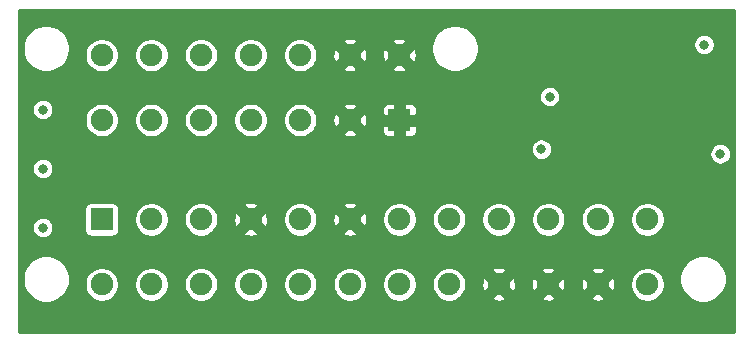
<source format=gbr>
%TF.GenerationSoftware,KiCad,Pcbnew,(5.1.9-0-10_14)*%
%TF.CreationDate,2023-05-06T09:45:43+02:00*%
%TF.ProjectId,SS1_ATX,5353315f-4154-4582-9e6b-696361645f70,rev?*%
%TF.SameCoordinates,Original*%
%TF.FileFunction,Copper,L2,Inr*%
%TF.FilePolarity,Positive*%
%FSLAX46Y46*%
G04 Gerber Fmt 4.6, Leading zero omitted, Abs format (unit mm)*
G04 Created by KiCad (PCBNEW (5.1.9-0-10_14)) date 2023-05-06 09:45:43*
%MOMM*%
%LPD*%
G01*
G04 APERTURE LIST*
%TA.AperFunction,ComponentPad*%
%ADD10R,1.900000X1.900000*%
%TD*%
%TA.AperFunction,ComponentPad*%
%ADD11C,1.900000*%
%TD*%
%TA.AperFunction,ViaPad*%
%ADD12C,0.800000*%
%TD*%
%TA.AperFunction,Conductor*%
%ADD13C,0.254000*%
%TD*%
%TA.AperFunction,Conductor*%
%ADD14C,0.100000*%
%TD*%
G04 APERTURE END LIST*
D10*
%TO.N,+5V*%
%TO.C,J2*%
X122700000Y-119890000D03*
D11*
X118500000Y-119890000D03*
X122700000Y-114390000D03*
X118500000Y-114390000D03*
%TO.N,GND*%
X114300000Y-119890000D03*
X110100000Y-119890000D03*
%TO.N,+12V*%
X105900000Y-119890000D03*
%TO.N,PWRONRST*%
X101700000Y-119890000D03*
%TO.N,Net-(J2-Pad7)*%
X97500000Y-119890000D03*
%TO.N,GND*%
X114300000Y-114390000D03*
X110100000Y-114390000D03*
%TO.N,+12V*%
X105900000Y-114390000D03*
%TO.N,-12V*%
X101700000Y-114390000D03*
%TO.N,Net-(J2-Pad14)*%
X97500000Y-114390000D03*
%TD*%
%TO.N,GND*%
%TO.C,J1*%
X143700000Y-133800000D03*
%TO.N,+5V*%
X139500000Y-133800000D03*
X135300000Y-133800000D03*
X131100000Y-133800000D03*
%TO.N,Net-(J1-Pad20)*%
X126900000Y-133800000D03*
%TO.N,GND*%
X122700000Y-133800000D03*
X118500000Y-133800000D03*
X114300000Y-133800000D03*
%TO.N,~PS-ON*%
X110100000Y-133800000D03*
%TO.N,GND*%
X105900000Y-133800000D03*
%TO.N,-12V*%
X101700000Y-133800000D03*
%TO.N,Net-(J1-Pad13)*%
X97500000Y-133800000D03*
%TO.N,Net-(J1-Pad12)*%
X143700000Y-128300000D03*
%TO.N,+12V*%
X139500000Y-128300000D03*
X135300000Y-128300000D03*
%TO.N,+5VD*%
X131100000Y-128300000D03*
%TO.N,PGOOD*%
X126900000Y-128300000D03*
%TO.N,GND*%
X122700000Y-128300000D03*
%TO.N,+5V*%
X118500000Y-128300000D03*
%TO.N,GND*%
X114300000Y-128300000D03*
%TO.N,+5V*%
X110100000Y-128300000D03*
%TO.N,GND*%
X105900000Y-128300000D03*
%TO.N,Net-(J1-Pad2)*%
X101700000Y-128300000D03*
D10*
%TO.N,Net-(J1-Pad1)*%
X97500000Y-128300000D03*
%TD*%
D12*
%TO.N,GND*%
X134720000Y-122360000D03*
X135420000Y-117910000D03*
X149863280Y-122750000D03*
X92500000Y-124000000D03*
X92500000Y-129000000D03*
X92500000Y-119000000D03*
X148500000Y-113500000D03*
%TO.N,+5V*%
X131830000Y-121120000D03*
%TD*%
D13*
%TO.N,+5V*%
X151067001Y-137867000D02*
X90533000Y-137867000D01*
X90533000Y-133142229D01*
X90792000Y-133142229D01*
X90792000Y-133537771D01*
X90869166Y-133925712D01*
X91020533Y-134291145D01*
X91240284Y-134620025D01*
X91519975Y-134899716D01*
X91848855Y-135119467D01*
X92214288Y-135270834D01*
X92602229Y-135348000D01*
X92997771Y-135348000D01*
X93385712Y-135270834D01*
X93751145Y-135119467D01*
X94080025Y-134899716D01*
X94359716Y-134620025D01*
X94579467Y-134291145D01*
X94730834Y-133925712D01*
X94784403Y-133656399D01*
X96042000Y-133656399D01*
X96042000Y-133943601D01*
X96098030Y-134225283D01*
X96207937Y-134490622D01*
X96367497Y-134729421D01*
X96570579Y-134932503D01*
X96809378Y-135092063D01*
X97074717Y-135201970D01*
X97356399Y-135258000D01*
X97643601Y-135258000D01*
X97925283Y-135201970D01*
X98190622Y-135092063D01*
X98429421Y-134932503D01*
X98632503Y-134729421D01*
X98792063Y-134490622D01*
X98901970Y-134225283D01*
X98958000Y-133943601D01*
X98958000Y-133656399D01*
X100242000Y-133656399D01*
X100242000Y-133943601D01*
X100298030Y-134225283D01*
X100407937Y-134490622D01*
X100567497Y-134729421D01*
X100770579Y-134932503D01*
X101009378Y-135092063D01*
X101274717Y-135201970D01*
X101556399Y-135258000D01*
X101843601Y-135258000D01*
X102125283Y-135201970D01*
X102390622Y-135092063D01*
X102629421Y-134932503D01*
X102832503Y-134729421D01*
X102992063Y-134490622D01*
X103101970Y-134225283D01*
X103158000Y-133943601D01*
X103158000Y-133656399D01*
X104442000Y-133656399D01*
X104442000Y-133943601D01*
X104498030Y-134225283D01*
X104607937Y-134490622D01*
X104767497Y-134729421D01*
X104970579Y-134932503D01*
X105209378Y-135092063D01*
X105474717Y-135201970D01*
X105756399Y-135258000D01*
X106043601Y-135258000D01*
X106325283Y-135201970D01*
X106590622Y-135092063D01*
X106829421Y-134932503D01*
X107032503Y-134729421D01*
X107192063Y-134490622D01*
X107301970Y-134225283D01*
X107358000Y-133943601D01*
X107358000Y-133656399D01*
X108642000Y-133656399D01*
X108642000Y-133943601D01*
X108698030Y-134225283D01*
X108807937Y-134490622D01*
X108967497Y-134729421D01*
X109170579Y-134932503D01*
X109409378Y-135092063D01*
X109674717Y-135201970D01*
X109956399Y-135258000D01*
X110243601Y-135258000D01*
X110525283Y-135201970D01*
X110790622Y-135092063D01*
X111029421Y-134932503D01*
X111232503Y-134729421D01*
X111392063Y-134490622D01*
X111501970Y-134225283D01*
X111558000Y-133943601D01*
X111558000Y-133656399D01*
X112842000Y-133656399D01*
X112842000Y-133943601D01*
X112898030Y-134225283D01*
X113007937Y-134490622D01*
X113167497Y-134729421D01*
X113370579Y-134932503D01*
X113609378Y-135092063D01*
X113874717Y-135201970D01*
X114156399Y-135258000D01*
X114443601Y-135258000D01*
X114725283Y-135201970D01*
X114990622Y-135092063D01*
X115229421Y-134932503D01*
X115432503Y-134729421D01*
X115592063Y-134490622D01*
X115701970Y-134225283D01*
X115758000Y-133943601D01*
X115758000Y-133656399D01*
X117042000Y-133656399D01*
X117042000Y-133943601D01*
X117098030Y-134225283D01*
X117207937Y-134490622D01*
X117367497Y-134729421D01*
X117570579Y-134932503D01*
X117809378Y-135092063D01*
X118074717Y-135201970D01*
X118356399Y-135258000D01*
X118643601Y-135258000D01*
X118925283Y-135201970D01*
X119190622Y-135092063D01*
X119429421Y-134932503D01*
X119632503Y-134729421D01*
X119792063Y-134490622D01*
X119901970Y-134225283D01*
X119958000Y-133943601D01*
X119958000Y-133656399D01*
X121242000Y-133656399D01*
X121242000Y-133943601D01*
X121298030Y-134225283D01*
X121407937Y-134490622D01*
X121567497Y-134729421D01*
X121770579Y-134932503D01*
X122009378Y-135092063D01*
X122274717Y-135201970D01*
X122556399Y-135258000D01*
X122843601Y-135258000D01*
X123125283Y-135201970D01*
X123390622Y-135092063D01*
X123629421Y-134932503D01*
X123832503Y-134729421D01*
X123992063Y-134490622D01*
X124101970Y-134225283D01*
X124158000Y-133943601D01*
X124158000Y-133656399D01*
X125442000Y-133656399D01*
X125442000Y-133943601D01*
X125498030Y-134225283D01*
X125607937Y-134490622D01*
X125767497Y-134729421D01*
X125970579Y-134932503D01*
X126209378Y-135092063D01*
X126474717Y-135201970D01*
X126756399Y-135258000D01*
X127043601Y-135258000D01*
X127325283Y-135201970D01*
X127590622Y-135092063D01*
X127763740Y-134976389D01*
X130462427Y-134976389D01*
X130576727Y-135168420D01*
X130853747Y-135244212D01*
X131140231Y-135264504D01*
X131425168Y-135228515D01*
X131623273Y-135168420D01*
X131737573Y-134976389D01*
X134662427Y-134976389D01*
X134776727Y-135168420D01*
X135053747Y-135244212D01*
X135340231Y-135264504D01*
X135625168Y-135228515D01*
X135823273Y-135168420D01*
X135937573Y-134976389D01*
X138862427Y-134976389D01*
X138976727Y-135168420D01*
X139253747Y-135244212D01*
X139540231Y-135264504D01*
X139825168Y-135228515D01*
X140023273Y-135168420D01*
X140137573Y-134976389D01*
X139500000Y-134338815D01*
X138862427Y-134976389D01*
X135937573Y-134976389D01*
X135300000Y-134338815D01*
X134662427Y-134976389D01*
X131737573Y-134976389D01*
X131100000Y-134338815D01*
X130462427Y-134976389D01*
X127763740Y-134976389D01*
X127829421Y-134932503D01*
X128032503Y-134729421D01*
X128192063Y-134490622D01*
X128301970Y-134225283D01*
X128358000Y-133943601D01*
X128358000Y-133840231D01*
X129635496Y-133840231D01*
X129671485Y-134125168D01*
X129731580Y-134323273D01*
X129923611Y-134437573D01*
X130561185Y-133800000D01*
X131638815Y-133800000D01*
X132276389Y-134437573D01*
X132468420Y-134323273D01*
X132544212Y-134046253D01*
X132558804Y-133840231D01*
X133835496Y-133840231D01*
X133871485Y-134125168D01*
X133931580Y-134323273D01*
X134123611Y-134437573D01*
X134761185Y-133800000D01*
X135838815Y-133800000D01*
X136476389Y-134437573D01*
X136668420Y-134323273D01*
X136744212Y-134046253D01*
X136758804Y-133840231D01*
X138035496Y-133840231D01*
X138071485Y-134125168D01*
X138131580Y-134323273D01*
X138323611Y-134437573D01*
X138961185Y-133800000D01*
X140038815Y-133800000D01*
X140676389Y-134437573D01*
X140868420Y-134323273D01*
X140944212Y-134046253D01*
X140964504Y-133759769D01*
X140951448Y-133656399D01*
X142242000Y-133656399D01*
X142242000Y-133943601D01*
X142298030Y-134225283D01*
X142407937Y-134490622D01*
X142567497Y-134729421D01*
X142770579Y-134932503D01*
X143009378Y-135092063D01*
X143274717Y-135201970D01*
X143556399Y-135258000D01*
X143843601Y-135258000D01*
X144125283Y-135201970D01*
X144390622Y-135092063D01*
X144629421Y-134932503D01*
X144832503Y-134729421D01*
X144992063Y-134490622D01*
X145101970Y-134225283D01*
X145158000Y-133943601D01*
X145158000Y-133656399D01*
X145101970Y-133374717D01*
X145005671Y-133142229D01*
X146392000Y-133142229D01*
X146392000Y-133537771D01*
X146469166Y-133925712D01*
X146620533Y-134291145D01*
X146840284Y-134620025D01*
X147119975Y-134899716D01*
X147448855Y-135119467D01*
X147814288Y-135270834D01*
X148202229Y-135348000D01*
X148597771Y-135348000D01*
X148985712Y-135270834D01*
X149351145Y-135119467D01*
X149680025Y-134899716D01*
X149959716Y-134620025D01*
X150179467Y-134291145D01*
X150330834Y-133925712D01*
X150408000Y-133537771D01*
X150408000Y-133142229D01*
X150330834Y-132754288D01*
X150179467Y-132388855D01*
X149959716Y-132059975D01*
X149680025Y-131780284D01*
X149351145Y-131560533D01*
X148985712Y-131409166D01*
X148597771Y-131332000D01*
X148202229Y-131332000D01*
X147814288Y-131409166D01*
X147448855Y-131560533D01*
X147119975Y-131780284D01*
X146840284Y-132059975D01*
X146620533Y-132388855D01*
X146469166Y-132754288D01*
X146392000Y-133142229D01*
X145005671Y-133142229D01*
X144992063Y-133109378D01*
X144832503Y-132870579D01*
X144629421Y-132667497D01*
X144390622Y-132507937D01*
X144125283Y-132398030D01*
X143843601Y-132342000D01*
X143556399Y-132342000D01*
X143274717Y-132398030D01*
X143009378Y-132507937D01*
X142770579Y-132667497D01*
X142567497Y-132870579D01*
X142407937Y-133109378D01*
X142298030Y-133374717D01*
X142242000Y-133656399D01*
X140951448Y-133656399D01*
X140928515Y-133474832D01*
X140868420Y-133276727D01*
X140676389Y-133162427D01*
X140038815Y-133800000D01*
X138961185Y-133800000D01*
X138323611Y-133162427D01*
X138131580Y-133276727D01*
X138055788Y-133553747D01*
X138035496Y-133840231D01*
X136758804Y-133840231D01*
X136764504Y-133759769D01*
X136728515Y-133474832D01*
X136668420Y-133276727D01*
X136476389Y-133162427D01*
X135838815Y-133800000D01*
X134761185Y-133800000D01*
X134123611Y-133162427D01*
X133931580Y-133276727D01*
X133855788Y-133553747D01*
X133835496Y-133840231D01*
X132558804Y-133840231D01*
X132564504Y-133759769D01*
X132528515Y-133474832D01*
X132468420Y-133276727D01*
X132276389Y-133162427D01*
X131638815Y-133800000D01*
X130561185Y-133800000D01*
X129923611Y-133162427D01*
X129731580Y-133276727D01*
X129655788Y-133553747D01*
X129635496Y-133840231D01*
X128358000Y-133840231D01*
X128358000Y-133656399D01*
X128301970Y-133374717D01*
X128192063Y-133109378D01*
X128032503Y-132870579D01*
X127829421Y-132667497D01*
X127763741Y-132623611D01*
X130462427Y-132623611D01*
X131100000Y-133261185D01*
X131737573Y-132623611D01*
X134662427Y-132623611D01*
X135300000Y-133261185D01*
X135937573Y-132623611D01*
X138862427Y-132623611D01*
X139500000Y-133261185D01*
X140137573Y-132623611D01*
X140023273Y-132431580D01*
X139746253Y-132355788D01*
X139459769Y-132335496D01*
X139174832Y-132371485D01*
X138976727Y-132431580D01*
X138862427Y-132623611D01*
X135937573Y-132623611D01*
X135823273Y-132431580D01*
X135546253Y-132355788D01*
X135259769Y-132335496D01*
X134974832Y-132371485D01*
X134776727Y-132431580D01*
X134662427Y-132623611D01*
X131737573Y-132623611D01*
X131623273Y-132431580D01*
X131346253Y-132355788D01*
X131059769Y-132335496D01*
X130774832Y-132371485D01*
X130576727Y-132431580D01*
X130462427Y-132623611D01*
X127763741Y-132623611D01*
X127590622Y-132507937D01*
X127325283Y-132398030D01*
X127043601Y-132342000D01*
X126756399Y-132342000D01*
X126474717Y-132398030D01*
X126209378Y-132507937D01*
X125970579Y-132667497D01*
X125767497Y-132870579D01*
X125607937Y-133109378D01*
X125498030Y-133374717D01*
X125442000Y-133656399D01*
X124158000Y-133656399D01*
X124101970Y-133374717D01*
X123992063Y-133109378D01*
X123832503Y-132870579D01*
X123629421Y-132667497D01*
X123390622Y-132507937D01*
X123125283Y-132398030D01*
X122843601Y-132342000D01*
X122556399Y-132342000D01*
X122274717Y-132398030D01*
X122009378Y-132507937D01*
X121770579Y-132667497D01*
X121567497Y-132870579D01*
X121407937Y-133109378D01*
X121298030Y-133374717D01*
X121242000Y-133656399D01*
X119958000Y-133656399D01*
X119901970Y-133374717D01*
X119792063Y-133109378D01*
X119632503Y-132870579D01*
X119429421Y-132667497D01*
X119190622Y-132507937D01*
X118925283Y-132398030D01*
X118643601Y-132342000D01*
X118356399Y-132342000D01*
X118074717Y-132398030D01*
X117809378Y-132507937D01*
X117570579Y-132667497D01*
X117367497Y-132870579D01*
X117207937Y-133109378D01*
X117098030Y-133374717D01*
X117042000Y-133656399D01*
X115758000Y-133656399D01*
X115701970Y-133374717D01*
X115592063Y-133109378D01*
X115432503Y-132870579D01*
X115229421Y-132667497D01*
X114990622Y-132507937D01*
X114725283Y-132398030D01*
X114443601Y-132342000D01*
X114156399Y-132342000D01*
X113874717Y-132398030D01*
X113609378Y-132507937D01*
X113370579Y-132667497D01*
X113167497Y-132870579D01*
X113007937Y-133109378D01*
X112898030Y-133374717D01*
X112842000Y-133656399D01*
X111558000Y-133656399D01*
X111501970Y-133374717D01*
X111392063Y-133109378D01*
X111232503Y-132870579D01*
X111029421Y-132667497D01*
X110790622Y-132507937D01*
X110525283Y-132398030D01*
X110243601Y-132342000D01*
X109956399Y-132342000D01*
X109674717Y-132398030D01*
X109409378Y-132507937D01*
X109170579Y-132667497D01*
X108967497Y-132870579D01*
X108807937Y-133109378D01*
X108698030Y-133374717D01*
X108642000Y-133656399D01*
X107358000Y-133656399D01*
X107301970Y-133374717D01*
X107192063Y-133109378D01*
X107032503Y-132870579D01*
X106829421Y-132667497D01*
X106590622Y-132507937D01*
X106325283Y-132398030D01*
X106043601Y-132342000D01*
X105756399Y-132342000D01*
X105474717Y-132398030D01*
X105209378Y-132507937D01*
X104970579Y-132667497D01*
X104767497Y-132870579D01*
X104607937Y-133109378D01*
X104498030Y-133374717D01*
X104442000Y-133656399D01*
X103158000Y-133656399D01*
X103101970Y-133374717D01*
X102992063Y-133109378D01*
X102832503Y-132870579D01*
X102629421Y-132667497D01*
X102390622Y-132507937D01*
X102125283Y-132398030D01*
X101843601Y-132342000D01*
X101556399Y-132342000D01*
X101274717Y-132398030D01*
X101009378Y-132507937D01*
X100770579Y-132667497D01*
X100567497Y-132870579D01*
X100407937Y-133109378D01*
X100298030Y-133374717D01*
X100242000Y-133656399D01*
X98958000Y-133656399D01*
X98901970Y-133374717D01*
X98792063Y-133109378D01*
X98632503Y-132870579D01*
X98429421Y-132667497D01*
X98190622Y-132507937D01*
X97925283Y-132398030D01*
X97643601Y-132342000D01*
X97356399Y-132342000D01*
X97074717Y-132398030D01*
X96809378Y-132507937D01*
X96570579Y-132667497D01*
X96367497Y-132870579D01*
X96207937Y-133109378D01*
X96098030Y-133374717D01*
X96042000Y-133656399D01*
X94784403Y-133656399D01*
X94808000Y-133537771D01*
X94808000Y-133142229D01*
X94730834Y-132754288D01*
X94579467Y-132388855D01*
X94359716Y-132059975D01*
X94080025Y-131780284D01*
X93751145Y-131560533D01*
X93385712Y-131409166D01*
X92997771Y-131332000D01*
X92602229Y-131332000D01*
X92214288Y-131409166D01*
X91848855Y-131560533D01*
X91519975Y-131780284D01*
X91240284Y-132059975D01*
X91020533Y-132388855D01*
X90869166Y-132754288D01*
X90792000Y-133142229D01*
X90533000Y-133142229D01*
X90533000Y-128910570D01*
X91592000Y-128910570D01*
X91592000Y-129089430D01*
X91626894Y-129264854D01*
X91695341Y-129430099D01*
X91794711Y-129578816D01*
X91921184Y-129705289D01*
X92069901Y-129804659D01*
X92235146Y-129873106D01*
X92410570Y-129908000D01*
X92589430Y-129908000D01*
X92764854Y-129873106D01*
X92930099Y-129804659D01*
X93078816Y-129705289D01*
X93205289Y-129578816D01*
X93304659Y-129430099D01*
X93373106Y-129264854D01*
X93408000Y-129089430D01*
X93408000Y-128910570D01*
X93373106Y-128735146D01*
X93304659Y-128569901D01*
X93205289Y-128421184D01*
X93078816Y-128294711D01*
X92930099Y-128195341D01*
X92764854Y-128126894D01*
X92589430Y-128092000D01*
X92410570Y-128092000D01*
X92235146Y-128126894D01*
X92069901Y-128195341D01*
X91921184Y-128294711D01*
X91794711Y-128421184D01*
X91695341Y-128569901D01*
X91626894Y-128735146D01*
X91592000Y-128910570D01*
X90533000Y-128910570D01*
X90533000Y-127350000D01*
X96039543Y-127350000D01*
X96039543Y-129250000D01*
X96049351Y-129349585D01*
X96078399Y-129445343D01*
X96125571Y-129533595D01*
X96189052Y-129610948D01*
X96266405Y-129674429D01*
X96354657Y-129721601D01*
X96450415Y-129750649D01*
X96550000Y-129760457D01*
X98450000Y-129760457D01*
X98549585Y-129750649D01*
X98645343Y-129721601D01*
X98733595Y-129674429D01*
X98810948Y-129610948D01*
X98874429Y-129533595D01*
X98921601Y-129445343D01*
X98950649Y-129349585D01*
X98960457Y-129250000D01*
X98960457Y-128156399D01*
X100242000Y-128156399D01*
X100242000Y-128443601D01*
X100298030Y-128725283D01*
X100407937Y-128990622D01*
X100567497Y-129229421D01*
X100770579Y-129432503D01*
X101009378Y-129592063D01*
X101274717Y-129701970D01*
X101556399Y-129758000D01*
X101843601Y-129758000D01*
X102125283Y-129701970D01*
X102390622Y-129592063D01*
X102629421Y-129432503D01*
X102832503Y-129229421D01*
X102992063Y-128990622D01*
X103101970Y-128725283D01*
X103158000Y-128443601D01*
X103158000Y-128156399D01*
X104442000Y-128156399D01*
X104442000Y-128443601D01*
X104498030Y-128725283D01*
X104607937Y-128990622D01*
X104767497Y-129229421D01*
X104970579Y-129432503D01*
X105209378Y-129592063D01*
X105474717Y-129701970D01*
X105756399Y-129758000D01*
X106043601Y-129758000D01*
X106325283Y-129701970D01*
X106590622Y-129592063D01*
X106763740Y-129476389D01*
X109462427Y-129476389D01*
X109576727Y-129668420D01*
X109853747Y-129744212D01*
X110140231Y-129764504D01*
X110425168Y-129728515D01*
X110623273Y-129668420D01*
X110737573Y-129476389D01*
X110100000Y-128838815D01*
X109462427Y-129476389D01*
X106763740Y-129476389D01*
X106829421Y-129432503D01*
X107032503Y-129229421D01*
X107192063Y-128990622D01*
X107301970Y-128725283D01*
X107358000Y-128443601D01*
X107358000Y-128340231D01*
X108635496Y-128340231D01*
X108671485Y-128625168D01*
X108731580Y-128823273D01*
X108923611Y-128937573D01*
X109561185Y-128300000D01*
X110638815Y-128300000D01*
X111276389Y-128937573D01*
X111468420Y-128823273D01*
X111544212Y-128546253D01*
X111564504Y-128259769D01*
X111551448Y-128156399D01*
X112842000Y-128156399D01*
X112842000Y-128443601D01*
X112898030Y-128725283D01*
X113007937Y-128990622D01*
X113167497Y-129229421D01*
X113370579Y-129432503D01*
X113609378Y-129592063D01*
X113874717Y-129701970D01*
X114156399Y-129758000D01*
X114443601Y-129758000D01*
X114725283Y-129701970D01*
X114990622Y-129592063D01*
X115163740Y-129476389D01*
X117862427Y-129476389D01*
X117976727Y-129668420D01*
X118253747Y-129744212D01*
X118540231Y-129764504D01*
X118825168Y-129728515D01*
X119023273Y-129668420D01*
X119137573Y-129476389D01*
X118500000Y-128838815D01*
X117862427Y-129476389D01*
X115163740Y-129476389D01*
X115229421Y-129432503D01*
X115432503Y-129229421D01*
X115592063Y-128990622D01*
X115701970Y-128725283D01*
X115758000Y-128443601D01*
X115758000Y-128340231D01*
X117035496Y-128340231D01*
X117071485Y-128625168D01*
X117131580Y-128823273D01*
X117323611Y-128937573D01*
X117961185Y-128300000D01*
X119038815Y-128300000D01*
X119676389Y-128937573D01*
X119868420Y-128823273D01*
X119944212Y-128546253D01*
X119964504Y-128259769D01*
X119951448Y-128156399D01*
X121242000Y-128156399D01*
X121242000Y-128443601D01*
X121298030Y-128725283D01*
X121407937Y-128990622D01*
X121567497Y-129229421D01*
X121770579Y-129432503D01*
X122009378Y-129592063D01*
X122274717Y-129701970D01*
X122556399Y-129758000D01*
X122843601Y-129758000D01*
X123125283Y-129701970D01*
X123390622Y-129592063D01*
X123629421Y-129432503D01*
X123832503Y-129229421D01*
X123992063Y-128990622D01*
X124101970Y-128725283D01*
X124158000Y-128443601D01*
X124158000Y-128156399D01*
X125442000Y-128156399D01*
X125442000Y-128443601D01*
X125498030Y-128725283D01*
X125607937Y-128990622D01*
X125767497Y-129229421D01*
X125970579Y-129432503D01*
X126209378Y-129592063D01*
X126474717Y-129701970D01*
X126756399Y-129758000D01*
X127043601Y-129758000D01*
X127325283Y-129701970D01*
X127590622Y-129592063D01*
X127829421Y-129432503D01*
X128032503Y-129229421D01*
X128192063Y-128990622D01*
X128301970Y-128725283D01*
X128358000Y-128443601D01*
X128358000Y-128156399D01*
X129642000Y-128156399D01*
X129642000Y-128443601D01*
X129698030Y-128725283D01*
X129807937Y-128990622D01*
X129967497Y-129229421D01*
X130170579Y-129432503D01*
X130409378Y-129592063D01*
X130674717Y-129701970D01*
X130956399Y-129758000D01*
X131243601Y-129758000D01*
X131525283Y-129701970D01*
X131790622Y-129592063D01*
X132029421Y-129432503D01*
X132232503Y-129229421D01*
X132392063Y-128990622D01*
X132501970Y-128725283D01*
X132558000Y-128443601D01*
X132558000Y-128156399D01*
X133842000Y-128156399D01*
X133842000Y-128443601D01*
X133898030Y-128725283D01*
X134007937Y-128990622D01*
X134167497Y-129229421D01*
X134370579Y-129432503D01*
X134609378Y-129592063D01*
X134874717Y-129701970D01*
X135156399Y-129758000D01*
X135443601Y-129758000D01*
X135725283Y-129701970D01*
X135990622Y-129592063D01*
X136229421Y-129432503D01*
X136432503Y-129229421D01*
X136592063Y-128990622D01*
X136701970Y-128725283D01*
X136758000Y-128443601D01*
X136758000Y-128156399D01*
X138042000Y-128156399D01*
X138042000Y-128443601D01*
X138098030Y-128725283D01*
X138207937Y-128990622D01*
X138367497Y-129229421D01*
X138570579Y-129432503D01*
X138809378Y-129592063D01*
X139074717Y-129701970D01*
X139356399Y-129758000D01*
X139643601Y-129758000D01*
X139925283Y-129701970D01*
X140190622Y-129592063D01*
X140429421Y-129432503D01*
X140632503Y-129229421D01*
X140792063Y-128990622D01*
X140901970Y-128725283D01*
X140958000Y-128443601D01*
X140958000Y-128156399D01*
X142242000Y-128156399D01*
X142242000Y-128443601D01*
X142298030Y-128725283D01*
X142407937Y-128990622D01*
X142567497Y-129229421D01*
X142770579Y-129432503D01*
X143009378Y-129592063D01*
X143274717Y-129701970D01*
X143556399Y-129758000D01*
X143843601Y-129758000D01*
X144125283Y-129701970D01*
X144390622Y-129592063D01*
X144629421Y-129432503D01*
X144832503Y-129229421D01*
X144992063Y-128990622D01*
X145101970Y-128725283D01*
X145158000Y-128443601D01*
X145158000Y-128156399D01*
X145101970Y-127874717D01*
X144992063Y-127609378D01*
X144832503Y-127370579D01*
X144629421Y-127167497D01*
X144390622Y-127007937D01*
X144125283Y-126898030D01*
X143843601Y-126842000D01*
X143556399Y-126842000D01*
X143274717Y-126898030D01*
X143009378Y-127007937D01*
X142770579Y-127167497D01*
X142567497Y-127370579D01*
X142407937Y-127609378D01*
X142298030Y-127874717D01*
X142242000Y-128156399D01*
X140958000Y-128156399D01*
X140901970Y-127874717D01*
X140792063Y-127609378D01*
X140632503Y-127370579D01*
X140429421Y-127167497D01*
X140190622Y-127007937D01*
X139925283Y-126898030D01*
X139643601Y-126842000D01*
X139356399Y-126842000D01*
X139074717Y-126898030D01*
X138809378Y-127007937D01*
X138570579Y-127167497D01*
X138367497Y-127370579D01*
X138207937Y-127609378D01*
X138098030Y-127874717D01*
X138042000Y-128156399D01*
X136758000Y-128156399D01*
X136701970Y-127874717D01*
X136592063Y-127609378D01*
X136432503Y-127370579D01*
X136229421Y-127167497D01*
X135990622Y-127007937D01*
X135725283Y-126898030D01*
X135443601Y-126842000D01*
X135156399Y-126842000D01*
X134874717Y-126898030D01*
X134609378Y-127007937D01*
X134370579Y-127167497D01*
X134167497Y-127370579D01*
X134007937Y-127609378D01*
X133898030Y-127874717D01*
X133842000Y-128156399D01*
X132558000Y-128156399D01*
X132501970Y-127874717D01*
X132392063Y-127609378D01*
X132232503Y-127370579D01*
X132029421Y-127167497D01*
X131790622Y-127007937D01*
X131525283Y-126898030D01*
X131243601Y-126842000D01*
X130956399Y-126842000D01*
X130674717Y-126898030D01*
X130409378Y-127007937D01*
X130170579Y-127167497D01*
X129967497Y-127370579D01*
X129807937Y-127609378D01*
X129698030Y-127874717D01*
X129642000Y-128156399D01*
X128358000Y-128156399D01*
X128301970Y-127874717D01*
X128192063Y-127609378D01*
X128032503Y-127370579D01*
X127829421Y-127167497D01*
X127590622Y-127007937D01*
X127325283Y-126898030D01*
X127043601Y-126842000D01*
X126756399Y-126842000D01*
X126474717Y-126898030D01*
X126209378Y-127007937D01*
X125970579Y-127167497D01*
X125767497Y-127370579D01*
X125607937Y-127609378D01*
X125498030Y-127874717D01*
X125442000Y-128156399D01*
X124158000Y-128156399D01*
X124101970Y-127874717D01*
X123992063Y-127609378D01*
X123832503Y-127370579D01*
X123629421Y-127167497D01*
X123390622Y-127007937D01*
X123125283Y-126898030D01*
X122843601Y-126842000D01*
X122556399Y-126842000D01*
X122274717Y-126898030D01*
X122009378Y-127007937D01*
X121770579Y-127167497D01*
X121567497Y-127370579D01*
X121407937Y-127609378D01*
X121298030Y-127874717D01*
X121242000Y-128156399D01*
X119951448Y-128156399D01*
X119928515Y-127974832D01*
X119868420Y-127776727D01*
X119676389Y-127662427D01*
X119038815Y-128300000D01*
X117961185Y-128300000D01*
X117323611Y-127662427D01*
X117131580Y-127776727D01*
X117055788Y-128053747D01*
X117035496Y-128340231D01*
X115758000Y-128340231D01*
X115758000Y-128156399D01*
X115701970Y-127874717D01*
X115592063Y-127609378D01*
X115432503Y-127370579D01*
X115229421Y-127167497D01*
X115163741Y-127123611D01*
X117862427Y-127123611D01*
X118500000Y-127761185D01*
X119137573Y-127123611D01*
X119023273Y-126931580D01*
X118746253Y-126855788D01*
X118459769Y-126835496D01*
X118174832Y-126871485D01*
X117976727Y-126931580D01*
X117862427Y-127123611D01*
X115163741Y-127123611D01*
X114990622Y-127007937D01*
X114725283Y-126898030D01*
X114443601Y-126842000D01*
X114156399Y-126842000D01*
X113874717Y-126898030D01*
X113609378Y-127007937D01*
X113370579Y-127167497D01*
X113167497Y-127370579D01*
X113007937Y-127609378D01*
X112898030Y-127874717D01*
X112842000Y-128156399D01*
X111551448Y-128156399D01*
X111528515Y-127974832D01*
X111468420Y-127776727D01*
X111276389Y-127662427D01*
X110638815Y-128300000D01*
X109561185Y-128300000D01*
X108923611Y-127662427D01*
X108731580Y-127776727D01*
X108655788Y-128053747D01*
X108635496Y-128340231D01*
X107358000Y-128340231D01*
X107358000Y-128156399D01*
X107301970Y-127874717D01*
X107192063Y-127609378D01*
X107032503Y-127370579D01*
X106829421Y-127167497D01*
X106763741Y-127123611D01*
X109462427Y-127123611D01*
X110100000Y-127761185D01*
X110737573Y-127123611D01*
X110623273Y-126931580D01*
X110346253Y-126855788D01*
X110059769Y-126835496D01*
X109774832Y-126871485D01*
X109576727Y-126931580D01*
X109462427Y-127123611D01*
X106763741Y-127123611D01*
X106590622Y-127007937D01*
X106325283Y-126898030D01*
X106043601Y-126842000D01*
X105756399Y-126842000D01*
X105474717Y-126898030D01*
X105209378Y-127007937D01*
X104970579Y-127167497D01*
X104767497Y-127370579D01*
X104607937Y-127609378D01*
X104498030Y-127874717D01*
X104442000Y-128156399D01*
X103158000Y-128156399D01*
X103101970Y-127874717D01*
X102992063Y-127609378D01*
X102832503Y-127370579D01*
X102629421Y-127167497D01*
X102390622Y-127007937D01*
X102125283Y-126898030D01*
X101843601Y-126842000D01*
X101556399Y-126842000D01*
X101274717Y-126898030D01*
X101009378Y-127007937D01*
X100770579Y-127167497D01*
X100567497Y-127370579D01*
X100407937Y-127609378D01*
X100298030Y-127874717D01*
X100242000Y-128156399D01*
X98960457Y-128156399D01*
X98960457Y-127350000D01*
X98950649Y-127250415D01*
X98921601Y-127154657D01*
X98874429Y-127066405D01*
X98810948Y-126989052D01*
X98733595Y-126925571D01*
X98645343Y-126878399D01*
X98549585Y-126849351D01*
X98450000Y-126839543D01*
X96550000Y-126839543D01*
X96450415Y-126849351D01*
X96354657Y-126878399D01*
X96266405Y-126925571D01*
X96189052Y-126989052D01*
X96125571Y-127066405D01*
X96078399Y-127154657D01*
X96049351Y-127250415D01*
X96039543Y-127350000D01*
X90533000Y-127350000D01*
X90533000Y-123910570D01*
X91592000Y-123910570D01*
X91592000Y-124089430D01*
X91626894Y-124264854D01*
X91695341Y-124430099D01*
X91794711Y-124578816D01*
X91921184Y-124705289D01*
X92069901Y-124804659D01*
X92235146Y-124873106D01*
X92410570Y-124908000D01*
X92589430Y-124908000D01*
X92764854Y-124873106D01*
X92930099Y-124804659D01*
X93078816Y-124705289D01*
X93205289Y-124578816D01*
X93304659Y-124430099D01*
X93373106Y-124264854D01*
X93408000Y-124089430D01*
X93408000Y-123910570D01*
X93373106Y-123735146D01*
X93304659Y-123569901D01*
X93205289Y-123421184D01*
X93078816Y-123294711D01*
X92930099Y-123195341D01*
X92764854Y-123126894D01*
X92589430Y-123092000D01*
X92410570Y-123092000D01*
X92235146Y-123126894D01*
X92069901Y-123195341D01*
X91921184Y-123294711D01*
X91794711Y-123421184D01*
X91695341Y-123569901D01*
X91626894Y-123735146D01*
X91592000Y-123910570D01*
X90533000Y-123910570D01*
X90533000Y-122270570D01*
X133812000Y-122270570D01*
X133812000Y-122449430D01*
X133846894Y-122624854D01*
X133915341Y-122790099D01*
X134014711Y-122938816D01*
X134141184Y-123065289D01*
X134289901Y-123164659D01*
X134455146Y-123233106D01*
X134630570Y-123268000D01*
X134809430Y-123268000D01*
X134984854Y-123233106D01*
X135150099Y-123164659D01*
X135298816Y-123065289D01*
X135425289Y-122938816D01*
X135524659Y-122790099D01*
X135578311Y-122660570D01*
X148955280Y-122660570D01*
X148955280Y-122839430D01*
X148990174Y-123014854D01*
X149058621Y-123180099D01*
X149157991Y-123328816D01*
X149284464Y-123455289D01*
X149433181Y-123554659D01*
X149598426Y-123623106D01*
X149773850Y-123658000D01*
X149952710Y-123658000D01*
X150128134Y-123623106D01*
X150293379Y-123554659D01*
X150442096Y-123455289D01*
X150568569Y-123328816D01*
X150667939Y-123180099D01*
X150736386Y-123014854D01*
X150771280Y-122839430D01*
X150771280Y-122660570D01*
X150736386Y-122485146D01*
X150667939Y-122319901D01*
X150568569Y-122171184D01*
X150442096Y-122044711D01*
X150293379Y-121945341D01*
X150128134Y-121876894D01*
X149952710Y-121842000D01*
X149773850Y-121842000D01*
X149598426Y-121876894D01*
X149433181Y-121945341D01*
X149284464Y-122044711D01*
X149157991Y-122171184D01*
X149058621Y-122319901D01*
X148990174Y-122485146D01*
X148955280Y-122660570D01*
X135578311Y-122660570D01*
X135593106Y-122624854D01*
X135628000Y-122449430D01*
X135628000Y-122270570D01*
X135593106Y-122095146D01*
X135524659Y-121929901D01*
X135425289Y-121781184D01*
X135298816Y-121654711D01*
X135150099Y-121555341D01*
X134984854Y-121486894D01*
X134809430Y-121452000D01*
X134630570Y-121452000D01*
X134455146Y-121486894D01*
X134289901Y-121555341D01*
X134141184Y-121654711D01*
X134014711Y-121781184D01*
X133915341Y-121929901D01*
X133846894Y-122095146D01*
X133812000Y-122270570D01*
X90533000Y-122270570D01*
X90533000Y-118910570D01*
X91592000Y-118910570D01*
X91592000Y-119089430D01*
X91626894Y-119264854D01*
X91695341Y-119430099D01*
X91794711Y-119578816D01*
X91921184Y-119705289D01*
X92069901Y-119804659D01*
X92235146Y-119873106D01*
X92410570Y-119908000D01*
X92589430Y-119908000D01*
X92764854Y-119873106D01*
X92930099Y-119804659D01*
X93017290Y-119746399D01*
X96042000Y-119746399D01*
X96042000Y-120033601D01*
X96098030Y-120315283D01*
X96207937Y-120580622D01*
X96367497Y-120819421D01*
X96570579Y-121022503D01*
X96809378Y-121182063D01*
X97074717Y-121291970D01*
X97356399Y-121348000D01*
X97643601Y-121348000D01*
X97925283Y-121291970D01*
X98190622Y-121182063D01*
X98429421Y-121022503D01*
X98632503Y-120819421D01*
X98792063Y-120580622D01*
X98901970Y-120315283D01*
X98958000Y-120033601D01*
X98958000Y-119746399D01*
X100242000Y-119746399D01*
X100242000Y-120033601D01*
X100298030Y-120315283D01*
X100407937Y-120580622D01*
X100567497Y-120819421D01*
X100770579Y-121022503D01*
X101009378Y-121182063D01*
X101274717Y-121291970D01*
X101556399Y-121348000D01*
X101843601Y-121348000D01*
X102125283Y-121291970D01*
X102390622Y-121182063D01*
X102629421Y-121022503D01*
X102832503Y-120819421D01*
X102992063Y-120580622D01*
X103101970Y-120315283D01*
X103158000Y-120033601D01*
X103158000Y-119746399D01*
X104442000Y-119746399D01*
X104442000Y-120033601D01*
X104498030Y-120315283D01*
X104607937Y-120580622D01*
X104767497Y-120819421D01*
X104970579Y-121022503D01*
X105209378Y-121182063D01*
X105474717Y-121291970D01*
X105756399Y-121348000D01*
X106043601Y-121348000D01*
X106325283Y-121291970D01*
X106590622Y-121182063D01*
X106829421Y-121022503D01*
X107032503Y-120819421D01*
X107192063Y-120580622D01*
X107301970Y-120315283D01*
X107358000Y-120033601D01*
X107358000Y-119746399D01*
X108642000Y-119746399D01*
X108642000Y-120033601D01*
X108698030Y-120315283D01*
X108807937Y-120580622D01*
X108967497Y-120819421D01*
X109170579Y-121022503D01*
X109409378Y-121182063D01*
X109674717Y-121291970D01*
X109956399Y-121348000D01*
X110243601Y-121348000D01*
X110525283Y-121291970D01*
X110790622Y-121182063D01*
X111029421Y-121022503D01*
X111232503Y-120819421D01*
X111392063Y-120580622D01*
X111501970Y-120315283D01*
X111558000Y-120033601D01*
X111558000Y-119746399D01*
X112842000Y-119746399D01*
X112842000Y-120033601D01*
X112898030Y-120315283D01*
X113007937Y-120580622D01*
X113167497Y-120819421D01*
X113370579Y-121022503D01*
X113609378Y-121182063D01*
X113874717Y-121291970D01*
X114156399Y-121348000D01*
X114443601Y-121348000D01*
X114725283Y-121291970D01*
X114990622Y-121182063D01*
X115163740Y-121066389D01*
X117862427Y-121066389D01*
X117976727Y-121258420D01*
X118253747Y-121334212D01*
X118540231Y-121354504D01*
X118825168Y-121318515D01*
X119023273Y-121258420D01*
X119137573Y-121066389D01*
X118911185Y-120840000D01*
X121239542Y-120840000D01*
X121249350Y-120939585D01*
X121278398Y-121035344D01*
X121325570Y-121123595D01*
X121389052Y-121200948D01*
X121466405Y-121264430D01*
X121554656Y-121311602D01*
X121650415Y-121340650D01*
X121750000Y-121350458D01*
X122192000Y-121348000D01*
X122319000Y-121221000D01*
X122319000Y-120271000D01*
X123081000Y-120271000D01*
X123081000Y-121221000D01*
X123208000Y-121348000D01*
X123650000Y-121350458D01*
X123749585Y-121340650D01*
X123845344Y-121311602D01*
X123933595Y-121264430D01*
X124010948Y-121200948D01*
X124074430Y-121123595D01*
X124121602Y-121035344D01*
X124150650Y-120939585D01*
X124160458Y-120840000D01*
X124158000Y-120398000D01*
X124031000Y-120271000D01*
X123081000Y-120271000D01*
X122319000Y-120271000D01*
X121369000Y-120271000D01*
X121242000Y-120398000D01*
X121239542Y-120840000D01*
X118911185Y-120840000D01*
X118500000Y-120428815D01*
X117862427Y-121066389D01*
X115163740Y-121066389D01*
X115229421Y-121022503D01*
X115432503Y-120819421D01*
X115592063Y-120580622D01*
X115701970Y-120315283D01*
X115758000Y-120033601D01*
X115758000Y-119930231D01*
X117035496Y-119930231D01*
X117071485Y-120215168D01*
X117131580Y-120413273D01*
X117323611Y-120527573D01*
X117961185Y-119890000D01*
X119038815Y-119890000D01*
X119676389Y-120527573D01*
X119868420Y-120413273D01*
X119944212Y-120136253D01*
X119964504Y-119849769D01*
X119928515Y-119564832D01*
X119868420Y-119366727D01*
X119676389Y-119252427D01*
X119038815Y-119890000D01*
X117961185Y-119890000D01*
X117323611Y-119252427D01*
X117131580Y-119366727D01*
X117055788Y-119643747D01*
X117035496Y-119930231D01*
X115758000Y-119930231D01*
X115758000Y-119746399D01*
X115701970Y-119464717D01*
X115592063Y-119199378D01*
X115432503Y-118960579D01*
X115229421Y-118757497D01*
X115163741Y-118713611D01*
X117862427Y-118713611D01*
X118500000Y-119351185D01*
X118911184Y-118940000D01*
X121239542Y-118940000D01*
X121242000Y-119382000D01*
X121369000Y-119509000D01*
X122319000Y-119509000D01*
X122319000Y-118559000D01*
X123081000Y-118559000D01*
X123081000Y-119509000D01*
X124031000Y-119509000D01*
X124158000Y-119382000D01*
X124160458Y-118940000D01*
X124150650Y-118840415D01*
X124121602Y-118744656D01*
X124074430Y-118656405D01*
X124010948Y-118579052D01*
X123933595Y-118515570D01*
X123845344Y-118468398D01*
X123749585Y-118439350D01*
X123650000Y-118429542D01*
X123208000Y-118432000D01*
X123081000Y-118559000D01*
X122319000Y-118559000D01*
X122192000Y-118432000D01*
X121750000Y-118429542D01*
X121650415Y-118439350D01*
X121554656Y-118468398D01*
X121466405Y-118515570D01*
X121389052Y-118579052D01*
X121325570Y-118656405D01*
X121278398Y-118744656D01*
X121249350Y-118840415D01*
X121239542Y-118940000D01*
X118911184Y-118940000D01*
X119137573Y-118713611D01*
X119023273Y-118521580D01*
X118746253Y-118445788D01*
X118459769Y-118425496D01*
X118174832Y-118461485D01*
X117976727Y-118521580D01*
X117862427Y-118713611D01*
X115163741Y-118713611D01*
X114990622Y-118597937D01*
X114725283Y-118488030D01*
X114443601Y-118432000D01*
X114156399Y-118432000D01*
X113874717Y-118488030D01*
X113609378Y-118597937D01*
X113370579Y-118757497D01*
X113167497Y-118960579D01*
X113007937Y-119199378D01*
X112898030Y-119464717D01*
X112842000Y-119746399D01*
X111558000Y-119746399D01*
X111501970Y-119464717D01*
X111392063Y-119199378D01*
X111232503Y-118960579D01*
X111029421Y-118757497D01*
X110790622Y-118597937D01*
X110525283Y-118488030D01*
X110243601Y-118432000D01*
X109956399Y-118432000D01*
X109674717Y-118488030D01*
X109409378Y-118597937D01*
X109170579Y-118757497D01*
X108967497Y-118960579D01*
X108807937Y-119199378D01*
X108698030Y-119464717D01*
X108642000Y-119746399D01*
X107358000Y-119746399D01*
X107301970Y-119464717D01*
X107192063Y-119199378D01*
X107032503Y-118960579D01*
X106829421Y-118757497D01*
X106590622Y-118597937D01*
X106325283Y-118488030D01*
X106043601Y-118432000D01*
X105756399Y-118432000D01*
X105474717Y-118488030D01*
X105209378Y-118597937D01*
X104970579Y-118757497D01*
X104767497Y-118960579D01*
X104607937Y-119199378D01*
X104498030Y-119464717D01*
X104442000Y-119746399D01*
X103158000Y-119746399D01*
X103101970Y-119464717D01*
X102992063Y-119199378D01*
X102832503Y-118960579D01*
X102629421Y-118757497D01*
X102390622Y-118597937D01*
X102125283Y-118488030D01*
X101843601Y-118432000D01*
X101556399Y-118432000D01*
X101274717Y-118488030D01*
X101009378Y-118597937D01*
X100770579Y-118757497D01*
X100567497Y-118960579D01*
X100407937Y-119199378D01*
X100298030Y-119464717D01*
X100242000Y-119746399D01*
X98958000Y-119746399D01*
X98901970Y-119464717D01*
X98792063Y-119199378D01*
X98632503Y-118960579D01*
X98429421Y-118757497D01*
X98190622Y-118597937D01*
X97925283Y-118488030D01*
X97643601Y-118432000D01*
X97356399Y-118432000D01*
X97074717Y-118488030D01*
X96809378Y-118597937D01*
X96570579Y-118757497D01*
X96367497Y-118960579D01*
X96207937Y-119199378D01*
X96098030Y-119464717D01*
X96042000Y-119746399D01*
X93017290Y-119746399D01*
X93078816Y-119705289D01*
X93205289Y-119578816D01*
X93304659Y-119430099D01*
X93373106Y-119264854D01*
X93408000Y-119089430D01*
X93408000Y-118910570D01*
X93373106Y-118735146D01*
X93304659Y-118569901D01*
X93205289Y-118421184D01*
X93078816Y-118294711D01*
X92930099Y-118195341D01*
X92764854Y-118126894D01*
X92589430Y-118092000D01*
X92410570Y-118092000D01*
X92235146Y-118126894D01*
X92069901Y-118195341D01*
X91921184Y-118294711D01*
X91794711Y-118421184D01*
X91695341Y-118569901D01*
X91626894Y-118735146D01*
X91592000Y-118910570D01*
X90533000Y-118910570D01*
X90533000Y-117820570D01*
X134512000Y-117820570D01*
X134512000Y-117999430D01*
X134546894Y-118174854D01*
X134615341Y-118340099D01*
X134714711Y-118488816D01*
X134841184Y-118615289D01*
X134989901Y-118714659D01*
X135155146Y-118783106D01*
X135330570Y-118818000D01*
X135509430Y-118818000D01*
X135684854Y-118783106D01*
X135850099Y-118714659D01*
X135998816Y-118615289D01*
X136125289Y-118488816D01*
X136224659Y-118340099D01*
X136293106Y-118174854D01*
X136328000Y-117999430D01*
X136328000Y-117820570D01*
X136293106Y-117645146D01*
X136224659Y-117479901D01*
X136125289Y-117331184D01*
X135998816Y-117204711D01*
X135850099Y-117105341D01*
X135684854Y-117036894D01*
X135509430Y-117002000D01*
X135330570Y-117002000D01*
X135155146Y-117036894D01*
X134989901Y-117105341D01*
X134841184Y-117204711D01*
X134714711Y-117331184D01*
X134615341Y-117479901D01*
X134546894Y-117645146D01*
X134512000Y-117820570D01*
X90533000Y-117820570D01*
X90533000Y-113632229D01*
X90792000Y-113632229D01*
X90792000Y-114027771D01*
X90869166Y-114415712D01*
X91020533Y-114781145D01*
X91240284Y-115110025D01*
X91519975Y-115389716D01*
X91848855Y-115609467D01*
X92214288Y-115760834D01*
X92602229Y-115838000D01*
X92997771Y-115838000D01*
X93385712Y-115760834D01*
X93751145Y-115609467D01*
X94080025Y-115389716D01*
X94359716Y-115110025D01*
X94579467Y-114781145D01*
X94730834Y-114415712D01*
X94764512Y-114246399D01*
X96042000Y-114246399D01*
X96042000Y-114533601D01*
X96098030Y-114815283D01*
X96207937Y-115080622D01*
X96367497Y-115319421D01*
X96570579Y-115522503D01*
X96809378Y-115682063D01*
X97074717Y-115791970D01*
X97356399Y-115848000D01*
X97643601Y-115848000D01*
X97925283Y-115791970D01*
X98190622Y-115682063D01*
X98429421Y-115522503D01*
X98632503Y-115319421D01*
X98792063Y-115080622D01*
X98901970Y-114815283D01*
X98958000Y-114533601D01*
X98958000Y-114246399D01*
X100242000Y-114246399D01*
X100242000Y-114533601D01*
X100298030Y-114815283D01*
X100407937Y-115080622D01*
X100567497Y-115319421D01*
X100770579Y-115522503D01*
X101009378Y-115682063D01*
X101274717Y-115791970D01*
X101556399Y-115848000D01*
X101843601Y-115848000D01*
X102125283Y-115791970D01*
X102390622Y-115682063D01*
X102629421Y-115522503D01*
X102832503Y-115319421D01*
X102992063Y-115080622D01*
X103101970Y-114815283D01*
X103158000Y-114533601D01*
X103158000Y-114246399D01*
X104442000Y-114246399D01*
X104442000Y-114533601D01*
X104498030Y-114815283D01*
X104607937Y-115080622D01*
X104767497Y-115319421D01*
X104970579Y-115522503D01*
X105209378Y-115682063D01*
X105474717Y-115791970D01*
X105756399Y-115848000D01*
X106043601Y-115848000D01*
X106325283Y-115791970D01*
X106590622Y-115682063D01*
X106829421Y-115522503D01*
X107032503Y-115319421D01*
X107192063Y-115080622D01*
X107301970Y-114815283D01*
X107358000Y-114533601D01*
X107358000Y-114246399D01*
X108642000Y-114246399D01*
X108642000Y-114533601D01*
X108698030Y-114815283D01*
X108807937Y-115080622D01*
X108967497Y-115319421D01*
X109170579Y-115522503D01*
X109409378Y-115682063D01*
X109674717Y-115791970D01*
X109956399Y-115848000D01*
X110243601Y-115848000D01*
X110525283Y-115791970D01*
X110790622Y-115682063D01*
X111029421Y-115522503D01*
X111232503Y-115319421D01*
X111392063Y-115080622D01*
X111501970Y-114815283D01*
X111558000Y-114533601D01*
X111558000Y-114246399D01*
X112842000Y-114246399D01*
X112842000Y-114533601D01*
X112898030Y-114815283D01*
X113007937Y-115080622D01*
X113167497Y-115319421D01*
X113370579Y-115522503D01*
X113609378Y-115682063D01*
X113874717Y-115791970D01*
X114156399Y-115848000D01*
X114443601Y-115848000D01*
X114725283Y-115791970D01*
X114990622Y-115682063D01*
X115163740Y-115566389D01*
X117862427Y-115566389D01*
X117976727Y-115758420D01*
X118253747Y-115834212D01*
X118540231Y-115854504D01*
X118825168Y-115818515D01*
X119023273Y-115758420D01*
X119137573Y-115566389D01*
X122062427Y-115566389D01*
X122176727Y-115758420D01*
X122453747Y-115834212D01*
X122740231Y-115854504D01*
X123025168Y-115818515D01*
X123223273Y-115758420D01*
X123337573Y-115566389D01*
X122700000Y-114928815D01*
X122062427Y-115566389D01*
X119137573Y-115566389D01*
X118500000Y-114928815D01*
X117862427Y-115566389D01*
X115163740Y-115566389D01*
X115229421Y-115522503D01*
X115432503Y-115319421D01*
X115592063Y-115080622D01*
X115701970Y-114815283D01*
X115758000Y-114533601D01*
X115758000Y-114430231D01*
X117035496Y-114430231D01*
X117071485Y-114715168D01*
X117131580Y-114913273D01*
X117323611Y-115027573D01*
X117961185Y-114390000D01*
X119038815Y-114390000D01*
X119676389Y-115027573D01*
X119868420Y-114913273D01*
X119944212Y-114636253D01*
X119958804Y-114430231D01*
X121235496Y-114430231D01*
X121271485Y-114715168D01*
X121331580Y-114913273D01*
X121523611Y-115027573D01*
X122161185Y-114390000D01*
X123238815Y-114390000D01*
X123876389Y-115027573D01*
X124068420Y-114913273D01*
X124144212Y-114636253D01*
X124164504Y-114349769D01*
X124128515Y-114064832D01*
X124068420Y-113866727D01*
X123876389Y-113752427D01*
X123238815Y-114390000D01*
X122161185Y-114390000D01*
X121523611Y-113752427D01*
X121331580Y-113866727D01*
X121255788Y-114143747D01*
X121235496Y-114430231D01*
X119958804Y-114430231D01*
X119964504Y-114349769D01*
X119928515Y-114064832D01*
X119868420Y-113866727D01*
X119676389Y-113752427D01*
X119038815Y-114390000D01*
X117961185Y-114390000D01*
X117323611Y-113752427D01*
X117131580Y-113866727D01*
X117055788Y-114143747D01*
X117035496Y-114430231D01*
X115758000Y-114430231D01*
X115758000Y-114246399D01*
X115701970Y-113964717D01*
X115592063Y-113699378D01*
X115432503Y-113460579D01*
X115229421Y-113257497D01*
X115163741Y-113213611D01*
X117862427Y-113213611D01*
X118500000Y-113851185D01*
X119137573Y-113213611D01*
X122062427Y-113213611D01*
X122700000Y-113851185D01*
X122918955Y-113632229D01*
X125392000Y-113632229D01*
X125392000Y-114027771D01*
X125469166Y-114415712D01*
X125620533Y-114781145D01*
X125840284Y-115110025D01*
X126119975Y-115389716D01*
X126448855Y-115609467D01*
X126814288Y-115760834D01*
X127202229Y-115838000D01*
X127597771Y-115838000D01*
X127985712Y-115760834D01*
X128351145Y-115609467D01*
X128680025Y-115389716D01*
X128959716Y-115110025D01*
X129179467Y-114781145D01*
X129330834Y-114415712D01*
X129408000Y-114027771D01*
X129408000Y-113632229D01*
X129363910Y-113410570D01*
X147592000Y-113410570D01*
X147592000Y-113589430D01*
X147626894Y-113764854D01*
X147695341Y-113930099D01*
X147794711Y-114078816D01*
X147921184Y-114205289D01*
X148069901Y-114304659D01*
X148235146Y-114373106D01*
X148410570Y-114408000D01*
X148589430Y-114408000D01*
X148764854Y-114373106D01*
X148930099Y-114304659D01*
X149078816Y-114205289D01*
X149205289Y-114078816D01*
X149304659Y-113930099D01*
X149373106Y-113764854D01*
X149408000Y-113589430D01*
X149408000Y-113410570D01*
X149373106Y-113235146D01*
X149304659Y-113069901D01*
X149205289Y-112921184D01*
X149078816Y-112794711D01*
X148930099Y-112695341D01*
X148764854Y-112626894D01*
X148589430Y-112592000D01*
X148410570Y-112592000D01*
X148235146Y-112626894D01*
X148069901Y-112695341D01*
X147921184Y-112794711D01*
X147794711Y-112921184D01*
X147695341Y-113069901D01*
X147626894Y-113235146D01*
X147592000Y-113410570D01*
X129363910Y-113410570D01*
X129330834Y-113244288D01*
X129179467Y-112878855D01*
X128959716Y-112549975D01*
X128680025Y-112270284D01*
X128351145Y-112050533D01*
X127985712Y-111899166D01*
X127597771Y-111822000D01*
X127202229Y-111822000D01*
X126814288Y-111899166D01*
X126448855Y-112050533D01*
X126119975Y-112270284D01*
X125840284Y-112549975D01*
X125620533Y-112878855D01*
X125469166Y-113244288D01*
X125392000Y-113632229D01*
X122918955Y-113632229D01*
X123337573Y-113213611D01*
X123223273Y-113021580D01*
X122946253Y-112945788D01*
X122659769Y-112925496D01*
X122374832Y-112961485D01*
X122176727Y-113021580D01*
X122062427Y-113213611D01*
X119137573Y-113213611D01*
X119023273Y-113021580D01*
X118746253Y-112945788D01*
X118459769Y-112925496D01*
X118174832Y-112961485D01*
X117976727Y-113021580D01*
X117862427Y-113213611D01*
X115163741Y-113213611D01*
X114990622Y-113097937D01*
X114725283Y-112988030D01*
X114443601Y-112932000D01*
X114156399Y-112932000D01*
X113874717Y-112988030D01*
X113609378Y-113097937D01*
X113370579Y-113257497D01*
X113167497Y-113460579D01*
X113007937Y-113699378D01*
X112898030Y-113964717D01*
X112842000Y-114246399D01*
X111558000Y-114246399D01*
X111501970Y-113964717D01*
X111392063Y-113699378D01*
X111232503Y-113460579D01*
X111029421Y-113257497D01*
X110790622Y-113097937D01*
X110525283Y-112988030D01*
X110243601Y-112932000D01*
X109956399Y-112932000D01*
X109674717Y-112988030D01*
X109409378Y-113097937D01*
X109170579Y-113257497D01*
X108967497Y-113460579D01*
X108807937Y-113699378D01*
X108698030Y-113964717D01*
X108642000Y-114246399D01*
X107358000Y-114246399D01*
X107301970Y-113964717D01*
X107192063Y-113699378D01*
X107032503Y-113460579D01*
X106829421Y-113257497D01*
X106590622Y-113097937D01*
X106325283Y-112988030D01*
X106043601Y-112932000D01*
X105756399Y-112932000D01*
X105474717Y-112988030D01*
X105209378Y-113097937D01*
X104970579Y-113257497D01*
X104767497Y-113460579D01*
X104607937Y-113699378D01*
X104498030Y-113964717D01*
X104442000Y-114246399D01*
X103158000Y-114246399D01*
X103101970Y-113964717D01*
X102992063Y-113699378D01*
X102832503Y-113460579D01*
X102629421Y-113257497D01*
X102390622Y-113097937D01*
X102125283Y-112988030D01*
X101843601Y-112932000D01*
X101556399Y-112932000D01*
X101274717Y-112988030D01*
X101009378Y-113097937D01*
X100770579Y-113257497D01*
X100567497Y-113460579D01*
X100407937Y-113699378D01*
X100298030Y-113964717D01*
X100242000Y-114246399D01*
X98958000Y-114246399D01*
X98901970Y-113964717D01*
X98792063Y-113699378D01*
X98632503Y-113460579D01*
X98429421Y-113257497D01*
X98190622Y-113097937D01*
X97925283Y-112988030D01*
X97643601Y-112932000D01*
X97356399Y-112932000D01*
X97074717Y-112988030D01*
X96809378Y-113097937D01*
X96570579Y-113257497D01*
X96367497Y-113460579D01*
X96207937Y-113699378D01*
X96098030Y-113964717D01*
X96042000Y-114246399D01*
X94764512Y-114246399D01*
X94808000Y-114027771D01*
X94808000Y-113632229D01*
X94730834Y-113244288D01*
X94579467Y-112878855D01*
X94359716Y-112549975D01*
X94080025Y-112270284D01*
X93751145Y-112050533D01*
X93385712Y-111899166D01*
X92997771Y-111822000D01*
X92602229Y-111822000D01*
X92214288Y-111899166D01*
X91848855Y-112050533D01*
X91519975Y-112270284D01*
X91240284Y-112549975D01*
X91020533Y-112878855D01*
X90869166Y-113244288D01*
X90792000Y-113632229D01*
X90533000Y-113632229D01*
X90533000Y-110533000D01*
X151067000Y-110533000D01*
X151067001Y-137867000D01*
%TA.AperFunction,Conductor*%
D14*
G36*
X151067001Y-137867000D02*
G01*
X90533000Y-137867000D01*
X90533000Y-133142229D01*
X90792000Y-133142229D01*
X90792000Y-133537771D01*
X90869166Y-133925712D01*
X91020533Y-134291145D01*
X91240284Y-134620025D01*
X91519975Y-134899716D01*
X91848855Y-135119467D01*
X92214288Y-135270834D01*
X92602229Y-135348000D01*
X92997771Y-135348000D01*
X93385712Y-135270834D01*
X93751145Y-135119467D01*
X94080025Y-134899716D01*
X94359716Y-134620025D01*
X94579467Y-134291145D01*
X94730834Y-133925712D01*
X94784403Y-133656399D01*
X96042000Y-133656399D01*
X96042000Y-133943601D01*
X96098030Y-134225283D01*
X96207937Y-134490622D01*
X96367497Y-134729421D01*
X96570579Y-134932503D01*
X96809378Y-135092063D01*
X97074717Y-135201970D01*
X97356399Y-135258000D01*
X97643601Y-135258000D01*
X97925283Y-135201970D01*
X98190622Y-135092063D01*
X98429421Y-134932503D01*
X98632503Y-134729421D01*
X98792063Y-134490622D01*
X98901970Y-134225283D01*
X98958000Y-133943601D01*
X98958000Y-133656399D01*
X100242000Y-133656399D01*
X100242000Y-133943601D01*
X100298030Y-134225283D01*
X100407937Y-134490622D01*
X100567497Y-134729421D01*
X100770579Y-134932503D01*
X101009378Y-135092063D01*
X101274717Y-135201970D01*
X101556399Y-135258000D01*
X101843601Y-135258000D01*
X102125283Y-135201970D01*
X102390622Y-135092063D01*
X102629421Y-134932503D01*
X102832503Y-134729421D01*
X102992063Y-134490622D01*
X103101970Y-134225283D01*
X103158000Y-133943601D01*
X103158000Y-133656399D01*
X104442000Y-133656399D01*
X104442000Y-133943601D01*
X104498030Y-134225283D01*
X104607937Y-134490622D01*
X104767497Y-134729421D01*
X104970579Y-134932503D01*
X105209378Y-135092063D01*
X105474717Y-135201970D01*
X105756399Y-135258000D01*
X106043601Y-135258000D01*
X106325283Y-135201970D01*
X106590622Y-135092063D01*
X106829421Y-134932503D01*
X107032503Y-134729421D01*
X107192063Y-134490622D01*
X107301970Y-134225283D01*
X107358000Y-133943601D01*
X107358000Y-133656399D01*
X108642000Y-133656399D01*
X108642000Y-133943601D01*
X108698030Y-134225283D01*
X108807937Y-134490622D01*
X108967497Y-134729421D01*
X109170579Y-134932503D01*
X109409378Y-135092063D01*
X109674717Y-135201970D01*
X109956399Y-135258000D01*
X110243601Y-135258000D01*
X110525283Y-135201970D01*
X110790622Y-135092063D01*
X111029421Y-134932503D01*
X111232503Y-134729421D01*
X111392063Y-134490622D01*
X111501970Y-134225283D01*
X111558000Y-133943601D01*
X111558000Y-133656399D01*
X112842000Y-133656399D01*
X112842000Y-133943601D01*
X112898030Y-134225283D01*
X113007937Y-134490622D01*
X113167497Y-134729421D01*
X113370579Y-134932503D01*
X113609378Y-135092063D01*
X113874717Y-135201970D01*
X114156399Y-135258000D01*
X114443601Y-135258000D01*
X114725283Y-135201970D01*
X114990622Y-135092063D01*
X115229421Y-134932503D01*
X115432503Y-134729421D01*
X115592063Y-134490622D01*
X115701970Y-134225283D01*
X115758000Y-133943601D01*
X115758000Y-133656399D01*
X117042000Y-133656399D01*
X117042000Y-133943601D01*
X117098030Y-134225283D01*
X117207937Y-134490622D01*
X117367497Y-134729421D01*
X117570579Y-134932503D01*
X117809378Y-135092063D01*
X118074717Y-135201970D01*
X118356399Y-135258000D01*
X118643601Y-135258000D01*
X118925283Y-135201970D01*
X119190622Y-135092063D01*
X119429421Y-134932503D01*
X119632503Y-134729421D01*
X119792063Y-134490622D01*
X119901970Y-134225283D01*
X119958000Y-133943601D01*
X119958000Y-133656399D01*
X121242000Y-133656399D01*
X121242000Y-133943601D01*
X121298030Y-134225283D01*
X121407937Y-134490622D01*
X121567497Y-134729421D01*
X121770579Y-134932503D01*
X122009378Y-135092063D01*
X122274717Y-135201970D01*
X122556399Y-135258000D01*
X122843601Y-135258000D01*
X123125283Y-135201970D01*
X123390622Y-135092063D01*
X123629421Y-134932503D01*
X123832503Y-134729421D01*
X123992063Y-134490622D01*
X124101970Y-134225283D01*
X124158000Y-133943601D01*
X124158000Y-133656399D01*
X125442000Y-133656399D01*
X125442000Y-133943601D01*
X125498030Y-134225283D01*
X125607937Y-134490622D01*
X125767497Y-134729421D01*
X125970579Y-134932503D01*
X126209378Y-135092063D01*
X126474717Y-135201970D01*
X126756399Y-135258000D01*
X127043601Y-135258000D01*
X127325283Y-135201970D01*
X127590622Y-135092063D01*
X127763740Y-134976389D01*
X130462427Y-134976389D01*
X130576727Y-135168420D01*
X130853747Y-135244212D01*
X131140231Y-135264504D01*
X131425168Y-135228515D01*
X131623273Y-135168420D01*
X131737573Y-134976389D01*
X134662427Y-134976389D01*
X134776727Y-135168420D01*
X135053747Y-135244212D01*
X135340231Y-135264504D01*
X135625168Y-135228515D01*
X135823273Y-135168420D01*
X135937573Y-134976389D01*
X138862427Y-134976389D01*
X138976727Y-135168420D01*
X139253747Y-135244212D01*
X139540231Y-135264504D01*
X139825168Y-135228515D01*
X140023273Y-135168420D01*
X140137573Y-134976389D01*
X139500000Y-134338815D01*
X138862427Y-134976389D01*
X135937573Y-134976389D01*
X135300000Y-134338815D01*
X134662427Y-134976389D01*
X131737573Y-134976389D01*
X131100000Y-134338815D01*
X130462427Y-134976389D01*
X127763740Y-134976389D01*
X127829421Y-134932503D01*
X128032503Y-134729421D01*
X128192063Y-134490622D01*
X128301970Y-134225283D01*
X128358000Y-133943601D01*
X128358000Y-133840231D01*
X129635496Y-133840231D01*
X129671485Y-134125168D01*
X129731580Y-134323273D01*
X129923611Y-134437573D01*
X130561185Y-133800000D01*
X131638815Y-133800000D01*
X132276389Y-134437573D01*
X132468420Y-134323273D01*
X132544212Y-134046253D01*
X132558804Y-133840231D01*
X133835496Y-133840231D01*
X133871485Y-134125168D01*
X133931580Y-134323273D01*
X134123611Y-134437573D01*
X134761185Y-133800000D01*
X135838815Y-133800000D01*
X136476389Y-134437573D01*
X136668420Y-134323273D01*
X136744212Y-134046253D01*
X136758804Y-133840231D01*
X138035496Y-133840231D01*
X138071485Y-134125168D01*
X138131580Y-134323273D01*
X138323611Y-134437573D01*
X138961185Y-133800000D01*
X140038815Y-133800000D01*
X140676389Y-134437573D01*
X140868420Y-134323273D01*
X140944212Y-134046253D01*
X140964504Y-133759769D01*
X140951448Y-133656399D01*
X142242000Y-133656399D01*
X142242000Y-133943601D01*
X142298030Y-134225283D01*
X142407937Y-134490622D01*
X142567497Y-134729421D01*
X142770579Y-134932503D01*
X143009378Y-135092063D01*
X143274717Y-135201970D01*
X143556399Y-135258000D01*
X143843601Y-135258000D01*
X144125283Y-135201970D01*
X144390622Y-135092063D01*
X144629421Y-134932503D01*
X144832503Y-134729421D01*
X144992063Y-134490622D01*
X145101970Y-134225283D01*
X145158000Y-133943601D01*
X145158000Y-133656399D01*
X145101970Y-133374717D01*
X145005671Y-133142229D01*
X146392000Y-133142229D01*
X146392000Y-133537771D01*
X146469166Y-133925712D01*
X146620533Y-134291145D01*
X146840284Y-134620025D01*
X147119975Y-134899716D01*
X147448855Y-135119467D01*
X147814288Y-135270834D01*
X148202229Y-135348000D01*
X148597771Y-135348000D01*
X148985712Y-135270834D01*
X149351145Y-135119467D01*
X149680025Y-134899716D01*
X149959716Y-134620025D01*
X150179467Y-134291145D01*
X150330834Y-133925712D01*
X150408000Y-133537771D01*
X150408000Y-133142229D01*
X150330834Y-132754288D01*
X150179467Y-132388855D01*
X149959716Y-132059975D01*
X149680025Y-131780284D01*
X149351145Y-131560533D01*
X148985712Y-131409166D01*
X148597771Y-131332000D01*
X148202229Y-131332000D01*
X147814288Y-131409166D01*
X147448855Y-131560533D01*
X147119975Y-131780284D01*
X146840284Y-132059975D01*
X146620533Y-132388855D01*
X146469166Y-132754288D01*
X146392000Y-133142229D01*
X145005671Y-133142229D01*
X144992063Y-133109378D01*
X144832503Y-132870579D01*
X144629421Y-132667497D01*
X144390622Y-132507937D01*
X144125283Y-132398030D01*
X143843601Y-132342000D01*
X143556399Y-132342000D01*
X143274717Y-132398030D01*
X143009378Y-132507937D01*
X142770579Y-132667497D01*
X142567497Y-132870579D01*
X142407937Y-133109378D01*
X142298030Y-133374717D01*
X142242000Y-133656399D01*
X140951448Y-133656399D01*
X140928515Y-133474832D01*
X140868420Y-133276727D01*
X140676389Y-133162427D01*
X140038815Y-133800000D01*
X138961185Y-133800000D01*
X138323611Y-133162427D01*
X138131580Y-133276727D01*
X138055788Y-133553747D01*
X138035496Y-133840231D01*
X136758804Y-133840231D01*
X136764504Y-133759769D01*
X136728515Y-133474832D01*
X136668420Y-133276727D01*
X136476389Y-133162427D01*
X135838815Y-133800000D01*
X134761185Y-133800000D01*
X134123611Y-133162427D01*
X133931580Y-133276727D01*
X133855788Y-133553747D01*
X133835496Y-133840231D01*
X132558804Y-133840231D01*
X132564504Y-133759769D01*
X132528515Y-133474832D01*
X132468420Y-133276727D01*
X132276389Y-133162427D01*
X131638815Y-133800000D01*
X130561185Y-133800000D01*
X129923611Y-133162427D01*
X129731580Y-133276727D01*
X129655788Y-133553747D01*
X129635496Y-133840231D01*
X128358000Y-133840231D01*
X128358000Y-133656399D01*
X128301970Y-133374717D01*
X128192063Y-133109378D01*
X128032503Y-132870579D01*
X127829421Y-132667497D01*
X127763741Y-132623611D01*
X130462427Y-132623611D01*
X131100000Y-133261185D01*
X131737573Y-132623611D01*
X134662427Y-132623611D01*
X135300000Y-133261185D01*
X135937573Y-132623611D01*
X138862427Y-132623611D01*
X139500000Y-133261185D01*
X140137573Y-132623611D01*
X140023273Y-132431580D01*
X139746253Y-132355788D01*
X139459769Y-132335496D01*
X139174832Y-132371485D01*
X138976727Y-132431580D01*
X138862427Y-132623611D01*
X135937573Y-132623611D01*
X135823273Y-132431580D01*
X135546253Y-132355788D01*
X135259769Y-132335496D01*
X134974832Y-132371485D01*
X134776727Y-132431580D01*
X134662427Y-132623611D01*
X131737573Y-132623611D01*
X131623273Y-132431580D01*
X131346253Y-132355788D01*
X131059769Y-132335496D01*
X130774832Y-132371485D01*
X130576727Y-132431580D01*
X130462427Y-132623611D01*
X127763741Y-132623611D01*
X127590622Y-132507937D01*
X127325283Y-132398030D01*
X127043601Y-132342000D01*
X126756399Y-132342000D01*
X126474717Y-132398030D01*
X126209378Y-132507937D01*
X125970579Y-132667497D01*
X125767497Y-132870579D01*
X125607937Y-133109378D01*
X125498030Y-133374717D01*
X125442000Y-133656399D01*
X124158000Y-133656399D01*
X124101970Y-133374717D01*
X123992063Y-133109378D01*
X123832503Y-132870579D01*
X123629421Y-132667497D01*
X123390622Y-132507937D01*
X123125283Y-132398030D01*
X122843601Y-132342000D01*
X122556399Y-132342000D01*
X122274717Y-132398030D01*
X122009378Y-132507937D01*
X121770579Y-132667497D01*
X121567497Y-132870579D01*
X121407937Y-133109378D01*
X121298030Y-133374717D01*
X121242000Y-133656399D01*
X119958000Y-133656399D01*
X119901970Y-133374717D01*
X119792063Y-133109378D01*
X119632503Y-132870579D01*
X119429421Y-132667497D01*
X119190622Y-132507937D01*
X118925283Y-132398030D01*
X118643601Y-132342000D01*
X118356399Y-132342000D01*
X118074717Y-132398030D01*
X117809378Y-132507937D01*
X117570579Y-132667497D01*
X117367497Y-132870579D01*
X117207937Y-133109378D01*
X117098030Y-133374717D01*
X117042000Y-133656399D01*
X115758000Y-133656399D01*
X115701970Y-133374717D01*
X115592063Y-133109378D01*
X115432503Y-132870579D01*
X115229421Y-132667497D01*
X114990622Y-132507937D01*
X114725283Y-132398030D01*
X114443601Y-132342000D01*
X114156399Y-132342000D01*
X113874717Y-132398030D01*
X113609378Y-132507937D01*
X113370579Y-132667497D01*
X113167497Y-132870579D01*
X113007937Y-133109378D01*
X112898030Y-133374717D01*
X112842000Y-133656399D01*
X111558000Y-133656399D01*
X111501970Y-133374717D01*
X111392063Y-133109378D01*
X111232503Y-132870579D01*
X111029421Y-132667497D01*
X110790622Y-132507937D01*
X110525283Y-132398030D01*
X110243601Y-132342000D01*
X109956399Y-132342000D01*
X109674717Y-132398030D01*
X109409378Y-132507937D01*
X109170579Y-132667497D01*
X108967497Y-132870579D01*
X108807937Y-133109378D01*
X108698030Y-133374717D01*
X108642000Y-133656399D01*
X107358000Y-133656399D01*
X107301970Y-133374717D01*
X107192063Y-133109378D01*
X107032503Y-132870579D01*
X106829421Y-132667497D01*
X106590622Y-132507937D01*
X106325283Y-132398030D01*
X106043601Y-132342000D01*
X105756399Y-132342000D01*
X105474717Y-132398030D01*
X105209378Y-132507937D01*
X104970579Y-132667497D01*
X104767497Y-132870579D01*
X104607937Y-133109378D01*
X104498030Y-133374717D01*
X104442000Y-133656399D01*
X103158000Y-133656399D01*
X103101970Y-133374717D01*
X102992063Y-133109378D01*
X102832503Y-132870579D01*
X102629421Y-132667497D01*
X102390622Y-132507937D01*
X102125283Y-132398030D01*
X101843601Y-132342000D01*
X101556399Y-132342000D01*
X101274717Y-132398030D01*
X101009378Y-132507937D01*
X100770579Y-132667497D01*
X100567497Y-132870579D01*
X100407937Y-133109378D01*
X100298030Y-133374717D01*
X100242000Y-133656399D01*
X98958000Y-133656399D01*
X98901970Y-133374717D01*
X98792063Y-133109378D01*
X98632503Y-132870579D01*
X98429421Y-132667497D01*
X98190622Y-132507937D01*
X97925283Y-132398030D01*
X97643601Y-132342000D01*
X97356399Y-132342000D01*
X97074717Y-132398030D01*
X96809378Y-132507937D01*
X96570579Y-132667497D01*
X96367497Y-132870579D01*
X96207937Y-133109378D01*
X96098030Y-133374717D01*
X96042000Y-133656399D01*
X94784403Y-133656399D01*
X94808000Y-133537771D01*
X94808000Y-133142229D01*
X94730834Y-132754288D01*
X94579467Y-132388855D01*
X94359716Y-132059975D01*
X94080025Y-131780284D01*
X93751145Y-131560533D01*
X93385712Y-131409166D01*
X92997771Y-131332000D01*
X92602229Y-131332000D01*
X92214288Y-131409166D01*
X91848855Y-131560533D01*
X91519975Y-131780284D01*
X91240284Y-132059975D01*
X91020533Y-132388855D01*
X90869166Y-132754288D01*
X90792000Y-133142229D01*
X90533000Y-133142229D01*
X90533000Y-128910570D01*
X91592000Y-128910570D01*
X91592000Y-129089430D01*
X91626894Y-129264854D01*
X91695341Y-129430099D01*
X91794711Y-129578816D01*
X91921184Y-129705289D01*
X92069901Y-129804659D01*
X92235146Y-129873106D01*
X92410570Y-129908000D01*
X92589430Y-129908000D01*
X92764854Y-129873106D01*
X92930099Y-129804659D01*
X93078816Y-129705289D01*
X93205289Y-129578816D01*
X93304659Y-129430099D01*
X93373106Y-129264854D01*
X93408000Y-129089430D01*
X93408000Y-128910570D01*
X93373106Y-128735146D01*
X93304659Y-128569901D01*
X93205289Y-128421184D01*
X93078816Y-128294711D01*
X92930099Y-128195341D01*
X92764854Y-128126894D01*
X92589430Y-128092000D01*
X92410570Y-128092000D01*
X92235146Y-128126894D01*
X92069901Y-128195341D01*
X91921184Y-128294711D01*
X91794711Y-128421184D01*
X91695341Y-128569901D01*
X91626894Y-128735146D01*
X91592000Y-128910570D01*
X90533000Y-128910570D01*
X90533000Y-127350000D01*
X96039543Y-127350000D01*
X96039543Y-129250000D01*
X96049351Y-129349585D01*
X96078399Y-129445343D01*
X96125571Y-129533595D01*
X96189052Y-129610948D01*
X96266405Y-129674429D01*
X96354657Y-129721601D01*
X96450415Y-129750649D01*
X96550000Y-129760457D01*
X98450000Y-129760457D01*
X98549585Y-129750649D01*
X98645343Y-129721601D01*
X98733595Y-129674429D01*
X98810948Y-129610948D01*
X98874429Y-129533595D01*
X98921601Y-129445343D01*
X98950649Y-129349585D01*
X98960457Y-129250000D01*
X98960457Y-128156399D01*
X100242000Y-128156399D01*
X100242000Y-128443601D01*
X100298030Y-128725283D01*
X100407937Y-128990622D01*
X100567497Y-129229421D01*
X100770579Y-129432503D01*
X101009378Y-129592063D01*
X101274717Y-129701970D01*
X101556399Y-129758000D01*
X101843601Y-129758000D01*
X102125283Y-129701970D01*
X102390622Y-129592063D01*
X102629421Y-129432503D01*
X102832503Y-129229421D01*
X102992063Y-128990622D01*
X103101970Y-128725283D01*
X103158000Y-128443601D01*
X103158000Y-128156399D01*
X104442000Y-128156399D01*
X104442000Y-128443601D01*
X104498030Y-128725283D01*
X104607937Y-128990622D01*
X104767497Y-129229421D01*
X104970579Y-129432503D01*
X105209378Y-129592063D01*
X105474717Y-129701970D01*
X105756399Y-129758000D01*
X106043601Y-129758000D01*
X106325283Y-129701970D01*
X106590622Y-129592063D01*
X106763740Y-129476389D01*
X109462427Y-129476389D01*
X109576727Y-129668420D01*
X109853747Y-129744212D01*
X110140231Y-129764504D01*
X110425168Y-129728515D01*
X110623273Y-129668420D01*
X110737573Y-129476389D01*
X110100000Y-128838815D01*
X109462427Y-129476389D01*
X106763740Y-129476389D01*
X106829421Y-129432503D01*
X107032503Y-129229421D01*
X107192063Y-128990622D01*
X107301970Y-128725283D01*
X107358000Y-128443601D01*
X107358000Y-128340231D01*
X108635496Y-128340231D01*
X108671485Y-128625168D01*
X108731580Y-128823273D01*
X108923611Y-128937573D01*
X109561185Y-128300000D01*
X110638815Y-128300000D01*
X111276389Y-128937573D01*
X111468420Y-128823273D01*
X111544212Y-128546253D01*
X111564504Y-128259769D01*
X111551448Y-128156399D01*
X112842000Y-128156399D01*
X112842000Y-128443601D01*
X112898030Y-128725283D01*
X113007937Y-128990622D01*
X113167497Y-129229421D01*
X113370579Y-129432503D01*
X113609378Y-129592063D01*
X113874717Y-129701970D01*
X114156399Y-129758000D01*
X114443601Y-129758000D01*
X114725283Y-129701970D01*
X114990622Y-129592063D01*
X115163740Y-129476389D01*
X117862427Y-129476389D01*
X117976727Y-129668420D01*
X118253747Y-129744212D01*
X118540231Y-129764504D01*
X118825168Y-129728515D01*
X119023273Y-129668420D01*
X119137573Y-129476389D01*
X118500000Y-128838815D01*
X117862427Y-129476389D01*
X115163740Y-129476389D01*
X115229421Y-129432503D01*
X115432503Y-129229421D01*
X115592063Y-128990622D01*
X115701970Y-128725283D01*
X115758000Y-128443601D01*
X115758000Y-128340231D01*
X117035496Y-128340231D01*
X117071485Y-128625168D01*
X117131580Y-128823273D01*
X117323611Y-128937573D01*
X117961185Y-128300000D01*
X119038815Y-128300000D01*
X119676389Y-128937573D01*
X119868420Y-128823273D01*
X119944212Y-128546253D01*
X119964504Y-128259769D01*
X119951448Y-128156399D01*
X121242000Y-128156399D01*
X121242000Y-128443601D01*
X121298030Y-128725283D01*
X121407937Y-128990622D01*
X121567497Y-129229421D01*
X121770579Y-129432503D01*
X122009378Y-129592063D01*
X122274717Y-129701970D01*
X122556399Y-129758000D01*
X122843601Y-129758000D01*
X123125283Y-129701970D01*
X123390622Y-129592063D01*
X123629421Y-129432503D01*
X123832503Y-129229421D01*
X123992063Y-128990622D01*
X124101970Y-128725283D01*
X124158000Y-128443601D01*
X124158000Y-128156399D01*
X125442000Y-128156399D01*
X125442000Y-128443601D01*
X125498030Y-128725283D01*
X125607937Y-128990622D01*
X125767497Y-129229421D01*
X125970579Y-129432503D01*
X126209378Y-129592063D01*
X126474717Y-129701970D01*
X126756399Y-129758000D01*
X127043601Y-129758000D01*
X127325283Y-129701970D01*
X127590622Y-129592063D01*
X127829421Y-129432503D01*
X128032503Y-129229421D01*
X128192063Y-128990622D01*
X128301970Y-128725283D01*
X128358000Y-128443601D01*
X128358000Y-128156399D01*
X129642000Y-128156399D01*
X129642000Y-128443601D01*
X129698030Y-128725283D01*
X129807937Y-128990622D01*
X129967497Y-129229421D01*
X130170579Y-129432503D01*
X130409378Y-129592063D01*
X130674717Y-129701970D01*
X130956399Y-129758000D01*
X131243601Y-129758000D01*
X131525283Y-129701970D01*
X131790622Y-129592063D01*
X132029421Y-129432503D01*
X132232503Y-129229421D01*
X132392063Y-128990622D01*
X132501970Y-128725283D01*
X132558000Y-128443601D01*
X132558000Y-128156399D01*
X133842000Y-128156399D01*
X133842000Y-128443601D01*
X133898030Y-128725283D01*
X134007937Y-128990622D01*
X134167497Y-129229421D01*
X134370579Y-129432503D01*
X134609378Y-129592063D01*
X134874717Y-129701970D01*
X135156399Y-129758000D01*
X135443601Y-129758000D01*
X135725283Y-129701970D01*
X135990622Y-129592063D01*
X136229421Y-129432503D01*
X136432503Y-129229421D01*
X136592063Y-128990622D01*
X136701970Y-128725283D01*
X136758000Y-128443601D01*
X136758000Y-128156399D01*
X138042000Y-128156399D01*
X138042000Y-128443601D01*
X138098030Y-128725283D01*
X138207937Y-128990622D01*
X138367497Y-129229421D01*
X138570579Y-129432503D01*
X138809378Y-129592063D01*
X139074717Y-129701970D01*
X139356399Y-129758000D01*
X139643601Y-129758000D01*
X139925283Y-129701970D01*
X140190622Y-129592063D01*
X140429421Y-129432503D01*
X140632503Y-129229421D01*
X140792063Y-128990622D01*
X140901970Y-128725283D01*
X140958000Y-128443601D01*
X140958000Y-128156399D01*
X142242000Y-128156399D01*
X142242000Y-128443601D01*
X142298030Y-128725283D01*
X142407937Y-128990622D01*
X142567497Y-129229421D01*
X142770579Y-129432503D01*
X143009378Y-129592063D01*
X143274717Y-129701970D01*
X143556399Y-129758000D01*
X143843601Y-129758000D01*
X144125283Y-129701970D01*
X144390622Y-129592063D01*
X144629421Y-129432503D01*
X144832503Y-129229421D01*
X144992063Y-128990622D01*
X145101970Y-128725283D01*
X145158000Y-128443601D01*
X145158000Y-128156399D01*
X145101970Y-127874717D01*
X144992063Y-127609378D01*
X144832503Y-127370579D01*
X144629421Y-127167497D01*
X144390622Y-127007937D01*
X144125283Y-126898030D01*
X143843601Y-126842000D01*
X143556399Y-126842000D01*
X143274717Y-126898030D01*
X143009378Y-127007937D01*
X142770579Y-127167497D01*
X142567497Y-127370579D01*
X142407937Y-127609378D01*
X142298030Y-127874717D01*
X142242000Y-128156399D01*
X140958000Y-128156399D01*
X140901970Y-127874717D01*
X140792063Y-127609378D01*
X140632503Y-127370579D01*
X140429421Y-127167497D01*
X140190622Y-127007937D01*
X139925283Y-126898030D01*
X139643601Y-126842000D01*
X139356399Y-126842000D01*
X139074717Y-126898030D01*
X138809378Y-127007937D01*
X138570579Y-127167497D01*
X138367497Y-127370579D01*
X138207937Y-127609378D01*
X138098030Y-127874717D01*
X138042000Y-128156399D01*
X136758000Y-128156399D01*
X136701970Y-127874717D01*
X136592063Y-127609378D01*
X136432503Y-127370579D01*
X136229421Y-127167497D01*
X135990622Y-127007937D01*
X135725283Y-126898030D01*
X135443601Y-126842000D01*
X135156399Y-126842000D01*
X134874717Y-126898030D01*
X134609378Y-127007937D01*
X134370579Y-127167497D01*
X134167497Y-127370579D01*
X134007937Y-127609378D01*
X133898030Y-127874717D01*
X133842000Y-128156399D01*
X132558000Y-128156399D01*
X132501970Y-127874717D01*
X132392063Y-127609378D01*
X132232503Y-127370579D01*
X132029421Y-127167497D01*
X131790622Y-127007937D01*
X131525283Y-126898030D01*
X131243601Y-126842000D01*
X130956399Y-126842000D01*
X130674717Y-126898030D01*
X130409378Y-127007937D01*
X130170579Y-127167497D01*
X129967497Y-127370579D01*
X129807937Y-127609378D01*
X129698030Y-127874717D01*
X129642000Y-128156399D01*
X128358000Y-128156399D01*
X128301970Y-127874717D01*
X128192063Y-127609378D01*
X128032503Y-127370579D01*
X127829421Y-127167497D01*
X127590622Y-127007937D01*
X127325283Y-126898030D01*
X127043601Y-126842000D01*
X126756399Y-126842000D01*
X126474717Y-126898030D01*
X126209378Y-127007937D01*
X125970579Y-127167497D01*
X125767497Y-127370579D01*
X125607937Y-127609378D01*
X125498030Y-127874717D01*
X125442000Y-128156399D01*
X124158000Y-128156399D01*
X124101970Y-127874717D01*
X123992063Y-127609378D01*
X123832503Y-127370579D01*
X123629421Y-127167497D01*
X123390622Y-127007937D01*
X123125283Y-126898030D01*
X122843601Y-126842000D01*
X122556399Y-126842000D01*
X122274717Y-126898030D01*
X122009378Y-127007937D01*
X121770579Y-127167497D01*
X121567497Y-127370579D01*
X121407937Y-127609378D01*
X121298030Y-127874717D01*
X121242000Y-128156399D01*
X119951448Y-128156399D01*
X119928515Y-127974832D01*
X119868420Y-127776727D01*
X119676389Y-127662427D01*
X119038815Y-128300000D01*
X117961185Y-128300000D01*
X117323611Y-127662427D01*
X117131580Y-127776727D01*
X117055788Y-128053747D01*
X117035496Y-128340231D01*
X115758000Y-128340231D01*
X115758000Y-128156399D01*
X115701970Y-127874717D01*
X115592063Y-127609378D01*
X115432503Y-127370579D01*
X115229421Y-127167497D01*
X115163741Y-127123611D01*
X117862427Y-127123611D01*
X118500000Y-127761185D01*
X119137573Y-127123611D01*
X119023273Y-126931580D01*
X118746253Y-126855788D01*
X118459769Y-126835496D01*
X118174832Y-126871485D01*
X117976727Y-126931580D01*
X117862427Y-127123611D01*
X115163741Y-127123611D01*
X114990622Y-127007937D01*
X114725283Y-126898030D01*
X114443601Y-126842000D01*
X114156399Y-126842000D01*
X113874717Y-126898030D01*
X113609378Y-127007937D01*
X113370579Y-127167497D01*
X113167497Y-127370579D01*
X113007937Y-127609378D01*
X112898030Y-127874717D01*
X112842000Y-128156399D01*
X111551448Y-128156399D01*
X111528515Y-127974832D01*
X111468420Y-127776727D01*
X111276389Y-127662427D01*
X110638815Y-128300000D01*
X109561185Y-128300000D01*
X108923611Y-127662427D01*
X108731580Y-127776727D01*
X108655788Y-128053747D01*
X108635496Y-128340231D01*
X107358000Y-128340231D01*
X107358000Y-128156399D01*
X107301970Y-127874717D01*
X107192063Y-127609378D01*
X107032503Y-127370579D01*
X106829421Y-127167497D01*
X106763741Y-127123611D01*
X109462427Y-127123611D01*
X110100000Y-127761185D01*
X110737573Y-127123611D01*
X110623273Y-126931580D01*
X110346253Y-126855788D01*
X110059769Y-126835496D01*
X109774832Y-126871485D01*
X109576727Y-126931580D01*
X109462427Y-127123611D01*
X106763741Y-127123611D01*
X106590622Y-127007937D01*
X106325283Y-126898030D01*
X106043601Y-126842000D01*
X105756399Y-126842000D01*
X105474717Y-126898030D01*
X105209378Y-127007937D01*
X104970579Y-127167497D01*
X104767497Y-127370579D01*
X104607937Y-127609378D01*
X104498030Y-127874717D01*
X104442000Y-128156399D01*
X103158000Y-128156399D01*
X103101970Y-127874717D01*
X102992063Y-127609378D01*
X102832503Y-127370579D01*
X102629421Y-127167497D01*
X102390622Y-127007937D01*
X102125283Y-126898030D01*
X101843601Y-126842000D01*
X101556399Y-126842000D01*
X101274717Y-126898030D01*
X101009378Y-127007937D01*
X100770579Y-127167497D01*
X100567497Y-127370579D01*
X100407937Y-127609378D01*
X100298030Y-127874717D01*
X100242000Y-128156399D01*
X98960457Y-128156399D01*
X98960457Y-127350000D01*
X98950649Y-127250415D01*
X98921601Y-127154657D01*
X98874429Y-127066405D01*
X98810948Y-126989052D01*
X98733595Y-126925571D01*
X98645343Y-126878399D01*
X98549585Y-126849351D01*
X98450000Y-126839543D01*
X96550000Y-126839543D01*
X96450415Y-126849351D01*
X96354657Y-126878399D01*
X96266405Y-126925571D01*
X96189052Y-126989052D01*
X96125571Y-127066405D01*
X96078399Y-127154657D01*
X96049351Y-127250415D01*
X96039543Y-127350000D01*
X90533000Y-127350000D01*
X90533000Y-123910570D01*
X91592000Y-123910570D01*
X91592000Y-124089430D01*
X91626894Y-124264854D01*
X91695341Y-124430099D01*
X91794711Y-124578816D01*
X91921184Y-124705289D01*
X92069901Y-124804659D01*
X92235146Y-124873106D01*
X92410570Y-124908000D01*
X92589430Y-124908000D01*
X92764854Y-124873106D01*
X92930099Y-124804659D01*
X93078816Y-124705289D01*
X93205289Y-124578816D01*
X93304659Y-124430099D01*
X93373106Y-124264854D01*
X93408000Y-124089430D01*
X93408000Y-123910570D01*
X93373106Y-123735146D01*
X93304659Y-123569901D01*
X93205289Y-123421184D01*
X93078816Y-123294711D01*
X92930099Y-123195341D01*
X92764854Y-123126894D01*
X92589430Y-123092000D01*
X92410570Y-123092000D01*
X92235146Y-123126894D01*
X92069901Y-123195341D01*
X91921184Y-123294711D01*
X91794711Y-123421184D01*
X91695341Y-123569901D01*
X91626894Y-123735146D01*
X91592000Y-123910570D01*
X90533000Y-123910570D01*
X90533000Y-122270570D01*
X133812000Y-122270570D01*
X133812000Y-122449430D01*
X133846894Y-122624854D01*
X133915341Y-122790099D01*
X134014711Y-122938816D01*
X134141184Y-123065289D01*
X134289901Y-123164659D01*
X134455146Y-123233106D01*
X134630570Y-123268000D01*
X134809430Y-123268000D01*
X134984854Y-123233106D01*
X135150099Y-123164659D01*
X135298816Y-123065289D01*
X135425289Y-122938816D01*
X135524659Y-122790099D01*
X135578311Y-122660570D01*
X148955280Y-122660570D01*
X148955280Y-122839430D01*
X148990174Y-123014854D01*
X149058621Y-123180099D01*
X149157991Y-123328816D01*
X149284464Y-123455289D01*
X149433181Y-123554659D01*
X149598426Y-123623106D01*
X149773850Y-123658000D01*
X149952710Y-123658000D01*
X150128134Y-123623106D01*
X150293379Y-123554659D01*
X150442096Y-123455289D01*
X150568569Y-123328816D01*
X150667939Y-123180099D01*
X150736386Y-123014854D01*
X150771280Y-122839430D01*
X150771280Y-122660570D01*
X150736386Y-122485146D01*
X150667939Y-122319901D01*
X150568569Y-122171184D01*
X150442096Y-122044711D01*
X150293379Y-121945341D01*
X150128134Y-121876894D01*
X149952710Y-121842000D01*
X149773850Y-121842000D01*
X149598426Y-121876894D01*
X149433181Y-121945341D01*
X149284464Y-122044711D01*
X149157991Y-122171184D01*
X149058621Y-122319901D01*
X148990174Y-122485146D01*
X148955280Y-122660570D01*
X135578311Y-122660570D01*
X135593106Y-122624854D01*
X135628000Y-122449430D01*
X135628000Y-122270570D01*
X135593106Y-122095146D01*
X135524659Y-121929901D01*
X135425289Y-121781184D01*
X135298816Y-121654711D01*
X135150099Y-121555341D01*
X134984854Y-121486894D01*
X134809430Y-121452000D01*
X134630570Y-121452000D01*
X134455146Y-121486894D01*
X134289901Y-121555341D01*
X134141184Y-121654711D01*
X134014711Y-121781184D01*
X133915341Y-121929901D01*
X133846894Y-122095146D01*
X133812000Y-122270570D01*
X90533000Y-122270570D01*
X90533000Y-118910570D01*
X91592000Y-118910570D01*
X91592000Y-119089430D01*
X91626894Y-119264854D01*
X91695341Y-119430099D01*
X91794711Y-119578816D01*
X91921184Y-119705289D01*
X92069901Y-119804659D01*
X92235146Y-119873106D01*
X92410570Y-119908000D01*
X92589430Y-119908000D01*
X92764854Y-119873106D01*
X92930099Y-119804659D01*
X93017290Y-119746399D01*
X96042000Y-119746399D01*
X96042000Y-120033601D01*
X96098030Y-120315283D01*
X96207937Y-120580622D01*
X96367497Y-120819421D01*
X96570579Y-121022503D01*
X96809378Y-121182063D01*
X97074717Y-121291970D01*
X97356399Y-121348000D01*
X97643601Y-121348000D01*
X97925283Y-121291970D01*
X98190622Y-121182063D01*
X98429421Y-121022503D01*
X98632503Y-120819421D01*
X98792063Y-120580622D01*
X98901970Y-120315283D01*
X98958000Y-120033601D01*
X98958000Y-119746399D01*
X100242000Y-119746399D01*
X100242000Y-120033601D01*
X100298030Y-120315283D01*
X100407937Y-120580622D01*
X100567497Y-120819421D01*
X100770579Y-121022503D01*
X101009378Y-121182063D01*
X101274717Y-121291970D01*
X101556399Y-121348000D01*
X101843601Y-121348000D01*
X102125283Y-121291970D01*
X102390622Y-121182063D01*
X102629421Y-121022503D01*
X102832503Y-120819421D01*
X102992063Y-120580622D01*
X103101970Y-120315283D01*
X103158000Y-120033601D01*
X103158000Y-119746399D01*
X104442000Y-119746399D01*
X104442000Y-120033601D01*
X104498030Y-120315283D01*
X104607937Y-120580622D01*
X104767497Y-120819421D01*
X104970579Y-121022503D01*
X105209378Y-121182063D01*
X105474717Y-121291970D01*
X105756399Y-121348000D01*
X106043601Y-121348000D01*
X106325283Y-121291970D01*
X106590622Y-121182063D01*
X106829421Y-121022503D01*
X107032503Y-120819421D01*
X107192063Y-120580622D01*
X107301970Y-120315283D01*
X107358000Y-120033601D01*
X107358000Y-119746399D01*
X108642000Y-119746399D01*
X108642000Y-120033601D01*
X108698030Y-120315283D01*
X108807937Y-120580622D01*
X108967497Y-120819421D01*
X109170579Y-121022503D01*
X109409378Y-121182063D01*
X109674717Y-121291970D01*
X109956399Y-121348000D01*
X110243601Y-121348000D01*
X110525283Y-121291970D01*
X110790622Y-121182063D01*
X111029421Y-121022503D01*
X111232503Y-120819421D01*
X111392063Y-120580622D01*
X111501970Y-120315283D01*
X111558000Y-120033601D01*
X111558000Y-119746399D01*
X112842000Y-119746399D01*
X112842000Y-120033601D01*
X112898030Y-120315283D01*
X113007937Y-120580622D01*
X113167497Y-120819421D01*
X113370579Y-121022503D01*
X113609378Y-121182063D01*
X113874717Y-121291970D01*
X114156399Y-121348000D01*
X114443601Y-121348000D01*
X114725283Y-121291970D01*
X114990622Y-121182063D01*
X115163740Y-121066389D01*
X117862427Y-121066389D01*
X117976727Y-121258420D01*
X118253747Y-121334212D01*
X118540231Y-121354504D01*
X118825168Y-121318515D01*
X119023273Y-121258420D01*
X119137573Y-121066389D01*
X118911185Y-120840000D01*
X121239542Y-120840000D01*
X121249350Y-120939585D01*
X121278398Y-121035344D01*
X121325570Y-121123595D01*
X121389052Y-121200948D01*
X121466405Y-121264430D01*
X121554656Y-121311602D01*
X121650415Y-121340650D01*
X121750000Y-121350458D01*
X122192000Y-121348000D01*
X122319000Y-121221000D01*
X122319000Y-120271000D01*
X123081000Y-120271000D01*
X123081000Y-121221000D01*
X123208000Y-121348000D01*
X123650000Y-121350458D01*
X123749585Y-121340650D01*
X123845344Y-121311602D01*
X123933595Y-121264430D01*
X124010948Y-121200948D01*
X124074430Y-121123595D01*
X124121602Y-121035344D01*
X124150650Y-120939585D01*
X124160458Y-120840000D01*
X124158000Y-120398000D01*
X124031000Y-120271000D01*
X123081000Y-120271000D01*
X122319000Y-120271000D01*
X121369000Y-120271000D01*
X121242000Y-120398000D01*
X121239542Y-120840000D01*
X118911185Y-120840000D01*
X118500000Y-120428815D01*
X117862427Y-121066389D01*
X115163740Y-121066389D01*
X115229421Y-121022503D01*
X115432503Y-120819421D01*
X115592063Y-120580622D01*
X115701970Y-120315283D01*
X115758000Y-120033601D01*
X115758000Y-119930231D01*
X117035496Y-119930231D01*
X117071485Y-120215168D01*
X117131580Y-120413273D01*
X117323611Y-120527573D01*
X117961185Y-119890000D01*
X119038815Y-119890000D01*
X119676389Y-120527573D01*
X119868420Y-120413273D01*
X119944212Y-120136253D01*
X119964504Y-119849769D01*
X119928515Y-119564832D01*
X119868420Y-119366727D01*
X119676389Y-119252427D01*
X119038815Y-119890000D01*
X117961185Y-119890000D01*
X117323611Y-119252427D01*
X117131580Y-119366727D01*
X117055788Y-119643747D01*
X117035496Y-119930231D01*
X115758000Y-119930231D01*
X115758000Y-119746399D01*
X115701970Y-119464717D01*
X115592063Y-119199378D01*
X115432503Y-118960579D01*
X115229421Y-118757497D01*
X115163741Y-118713611D01*
X117862427Y-118713611D01*
X118500000Y-119351185D01*
X118911184Y-118940000D01*
X121239542Y-118940000D01*
X121242000Y-119382000D01*
X121369000Y-119509000D01*
X122319000Y-119509000D01*
X122319000Y-118559000D01*
X123081000Y-118559000D01*
X123081000Y-119509000D01*
X124031000Y-119509000D01*
X124158000Y-119382000D01*
X124160458Y-118940000D01*
X124150650Y-118840415D01*
X124121602Y-118744656D01*
X124074430Y-118656405D01*
X124010948Y-118579052D01*
X123933595Y-118515570D01*
X123845344Y-118468398D01*
X123749585Y-118439350D01*
X123650000Y-118429542D01*
X123208000Y-118432000D01*
X123081000Y-118559000D01*
X122319000Y-118559000D01*
X122192000Y-118432000D01*
X121750000Y-118429542D01*
X121650415Y-118439350D01*
X121554656Y-118468398D01*
X121466405Y-118515570D01*
X121389052Y-118579052D01*
X121325570Y-118656405D01*
X121278398Y-118744656D01*
X121249350Y-118840415D01*
X121239542Y-118940000D01*
X118911184Y-118940000D01*
X119137573Y-118713611D01*
X119023273Y-118521580D01*
X118746253Y-118445788D01*
X118459769Y-118425496D01*
X118174832Y-118461485D01*
X117976727Y-118521580D01*
X117862427Y-118713611D01*
X115163741Y-118713611D01*
X114990622Y-118597937D01*
X114725283Y-118488030D01*
X114443601Y-118432000D01*
X114156399Y-118432000D01*
X113874717Y-118488030D01*
X113609378Y-118597937D01*
X113370579Y-118757497D01*
X113167497Y-118960579D01*
X113007937Y-119199378D01*
X112898030Y-119464717D01*
X112842000Y-119746399D01*
X111558000Y-119746399D01*
X111501970Y-119464717D01*
X111392063Y-119199378D01*
X111232503Y-118960579D01*
X111029421Y-118757497D01*
X110790622Y-118597937D01*
X110525283Y-118488030D01*
X110243601Y-118432000D01*
X109956399Y-118432000D01*
X109674717Y-118488030D01*
X109409378Y-118597937D01*
X109170579Y-118757497D01*
X108967497Y-118960579D01*
X108807937Y-119199378D01*
X108698030Y-119464717D01*
X108642000Y-119746399D01*
X107358000Y-119746399D01*
X107301970Y-119464717D01*
X107192063Y-119199378D01*
X107032503Y-118960579D01*
X106829421Y-118757497D01*
X106590622Y-118597937D01*
X106325283Y-118488030D01*
X106043601Y-118432000D01*
X105756399Y-118432000D01*
X105474717Y-118488030D01*
X105209378Y-118597937D01*
X104970579Y-118757497D01*
X104767497Y-118960579D01*
X104607937Y-119199378D01*
X104498030Y-119464717D01*
X104442000Y-119746399D01*
X103158000Y-119746399D01*
X103101970Y-119464717D01*
X102992063Y-119199378D01*
X102832503Y-118960579D01*
X102629421Y-118757497D01*
X102390622Y-118597937D01*
X102125283Y-118488030D01*
X101843601Y-118432000D01*
X101556399Y-118432000D01*
X101274717Y-118488030D01*
X101009378Y-118597937D01*
X100770579Y-118757497D01*
X100567497Y-118960579D01*
X100407937Y-119199378D01*
X100298030Y-119464717D01*
X100242000Y-119746399D01*
X98958000Y-119746399D01*
X98901970Y-119464717D01*
X98792063Y-119199378D01*
X98632503Y-118960579D01*
X98429421Y-118757497D01*
X98190622Y-118597937D01*
X97925283Y-118488030D01*
X97643601Y-118432000D01*
X97356399Y-118432000D01*
X97074717Y-118488030D01*
X96809378Y-118597937D01*
X96570579Y-118757497D01*
X96367497Y-118960579D01*
X96207937Y-119199378D01*
X96098030Y-119464717D01*
X96042000Y-119746399D01*
X93017290Y-119746399D01*
X93078816Y-119705289D01*
X93205289Y-119578816D01*
X93304659Y-119430099D01*
X93373106Y-119264854D01*
X93408000Y-119089430D01*
X93408000Y-118910570D01*
X93373106Y-118735146D01*
X93304659Y-118569901D01*
X93205289Y-118421184D01*
X93078816Y-118294711D01*
X92930099Y-118195341D01*
X92764854Y-118126894D01*
X92589430Y-118092000D01*
X92410570Y-118092000D01*
X92235146Y-118126894D01*
X92069901Y-118195341D01*
X91921184Y-118294711D01*
X91794711Y-118421184D01*
X91695341Y-118569901D01*
X91626894Y-118735146D01*
X91592000Y-118910570D01*
X90533000Y-118910570D01*
X90533000Y-117820570D01*
X134512000Y-117820570D01*
X134512000Y-117999430D01*
X134546894Y-118174854D01*
X134615341Y-118340099D01*
X134714711Y-118488816D01*
X134841184Y-118615289D01*
X134989901Y-118714659D01*
X135155146Y-118783106D01*
X135330570Y-118818000D01*
X135509430Y-118818000D01*
X135684854Y-118783106D01*
X135850099Y-118714659D01*
X135998816Y-118615289D01*
X136125289Y-118488816D01*
X136224659Y-118340099D01*
X136293106Y-118174854D01*
X136328000Y-117999430D01*
X136328000Y-117820570D01*
X136293106Y-117645146D01*
X136224659Y-117479901D01*
X136125289Y-117331184D01*
X135998816Y-117204711D01*
X135850099Y-117105341D01*
X135684854Y-117036894D01*
X135509430Y-117002000D01*
X135330570Y-117002000D01*
X135155146Y-117036894D01*
X134989901Y-117105341D01*
X134841184Y-117204711D01*
X134714711Y-117331184D01*
X134615341Y-117479901D01*
X134546894Y-117645146D01*
X134512000Y-117820570D01*
X90533000Y-117820570D01*
X90533000Y-113632229D01*
X90792000Y-113632229D01*
X90792000Y-114027771D01*
X90869166Y-114415712D01*
X91020533Y-114781145D01*
X91240284Y-115110025D01*
X91519975Y-115389716D01*
X91848855Y-115609467D01*
X92214288Y-115760834D01*
X92602229Y-115838000D01*
X92997771Y-115838000D01*
X93385712Y-115760834D01*
X93751145Y-115609467D01*
X94080025Y-115389716D01*
X94359716Y-115110025D01*
X94579467Y-114781145D01*
X94730834Y-114415712D01*
X94764512Y-114246399D01*
X96042000Y-114246399D01*
X96042000Y-114533601D01*
X96098030Y-114815283D01*
X96207937Y-115080622D01*
X96367497Y-115319421D01*
X96570579Y-115522503D01*
X96809378Y-115682063D01*
X97074717Y-115791970D01*
X97356399Y-115848000D01*
X97643601Y-115848000D01*
X97925283Y-115791970D01*
X98190622Y-115682063D01*
X98429421Y-115522503D01*
X98632503Y-115319421D01*
X98792063Y-115080622D01*
X98901970Y-114815283D01*
X98958000Y-114533601D01*
X98958000Y-114246399D01*
X100242000Y-114246399D01*
X100242000Y-114533601D01*
X100298030Y-114815283D01*
X100407937Y-115080622D01*
X100567497Y-115319421D01*
X100770579Y-115522503D01*
X101009378Y-115682063D01*
X101274717Y-115791970D01*
X101556399Y-115848000D01*
X101843601Y-115848000D01*
X102125283Y-115791970D01*
X102390622Y-115682063D01*
X102629421Y-115522503D01*
X102832503Y-115319421D01*
X102992063Y-115080622D01*
X103101970Y-114815283D01*
X103158000Y-114533601D01*
X103158000Y-114246399D01*
X104442000Y-114246399D01*
X104442000Y-114533601D01*
X104498030Y-114815283D01*
X104607937Y-115080622D01*
X104767497Y-115319421D01*
X104970579Y-115522503D01*
X105209378Y-115682063D01*
X105474717Y-115791970D01*
X105756399Y-115848000D01*
X106043601Y-115848000D01*
X106325283Y-115791970D01*
X106590622Y-115682063D01*
X106829421Y-115522503D01*
X107032503Y-115319421D01*
X107192063Y-115080622D01*
X107301970Y-114815283D01*
X107358000Y-114533601D01*
X107358000Y-114246399D01*
X108642000Y-114246399D01*
X108642000Y-114533601D01*
X108698030Y-114815283D01*
X108807937Y-115080622D01*
X108967497Y-115319421D01*
X109170579Y-115522503D01*
X109409378Y-115682063D01*
X109674717Y-115791970D01*
X109956399Y-115848000D01*
X110243601Y-115848000D01*
X110525283Y-115791970D01*
X110790622Y-115682063D01*
X111029421Y-115522503D01*
X111232503Y-115319421D01*
X111392063Y-115080622D01*
X111501970Y-114815283D01*
X111558000Y-114533601D01*
X111558000Y-114246399D01*
X112842000Y-114246399D01*
X112842000Y-114533601D01*
X112898030Y-114815283D01*
X113007937Y-115080622D01*
X113167497Y-115319421D01*
X113370579Y-115522503D01*
X113609378Y-115682063D01*
X113874717Y-115791970D01*
X114156399Y-115848000D01*
X114443601Y-115848000D01*
X114725283Y-115791970D01*
X114990622Y-115682063D01*
X115163740Y-115566389D01*
X117862427Y-115566389D01*
X117976727Y-115758420D01*
X118253747Y-115834212D01*
X118540231Y-115854504D01*
X118825168Y-115818515D01*
X119023273Y-115758420D01*
X119137573Y-115566389D01*
X122062427Y-115566389D01*
X122176727Y-115758420D01*
X122453747Y-115834212D01*
X122740231Y-115854504D01*
X123025168Y-115818515D01*
X123223273Y-115758420D01*
X123337573Y-115566389D01*
X122700000Y-114928815D01*
X122062427Y-115566389D01*
X119137573Y-115566389D01*
X118500000Y-114928815D01*
X117862427Y-115566389D01*
X115163740Y-115566389D01*
X115229421Y-115522503D01*
X115432503Y-115319421D01*
X115592063Y-115080622D01*
X115701970Y-114815283D01*
X115758000Y-114533601D01*
X115758000Y-114430231D01*
X117035496Y-114430231D01*
X117071485Y-114715168D01*
X117131580Y-114913273D01*
X117323611Y-115027573D01*
X117961185Y-114390000D01*
X119038815Y-114390000D01*
X119676389Y-115027573D01*
X119868420Y-114913273D01*
X119944212Y-114636253D01*
X119958804Y-114430231D01*
X121235496Y-114430231D01*
X121271485Y-114715168D01*
X121331580Y-114913273D01*
X121523611Y-115027573D01*
X122161185Y-114390000D01*
X123238815Y-114390000D01*
X123876389Y-115027573D01*
X124068420Y-114913273D01*
X124144212Y-114636253D01*
X124164504Y-114349769D01*
X124128515Y-114064832D01*
X124068420Y-113866727D01*
X123876389Y-113752427D01*
X123238815Y-114390000D01*
X122161185Y-114390000D01*
X121523611Y-113752427D01*
X121331580Y-113866727D01*
X121255788Y-114143747D01*
X121235496Y-114430231D01*
X119958804Y-114430231D01*
X119964504Y-114349769D01*
X119928515Y-114064832D01*
X119868420Y-113866727D01*
X119676389Y-113752427D01*
X119038815Y-114390000D01*
X117961185Y-114390000D01*
X117323611Y-113752427D01*
X117131580Y-113866727D01*
X117055788Y-114143747D01*
X117035496Y-114430231D01*
X115758000Y-114430231D01*
X115758000Y-114246399D01*
X115701970Y-113964717D01*
X115592063Y-113699378D01*
X115432503Y-113460579D01*
X115229421Y-113257497D01*
X115163741Y-113213611D01*
X117862427Y-113213611D01*
X118500000Y-113851185D01*
X119137573Y-113213611D01*
X122062427Y-113213611D01*
X122700000Y-113851185D01*
X122918955Y-113632229D01*
X125392000Y-113632229D01*
X125392000Y-114027771D01*
X125469166Y-114415712D01*
X125620533Y-114781145D01*
X125840284Y-115110025D01*
X126119975Y-115389716D01*
X126448855Y-115609467D01*
X126814288Y-115760834D01*
X127202229Y-115838000D01*
X127597771Y-115838000D01*
X127985712Y-115760834D01*
X128351145Y-115609467D01*
X128680025Y-115389716D01*
X128959716Y-115110025D01*
X129179467Y-114781145D01*
X129330834Y-114415712D01*
X129408000Y-114027771D01*
X129408000Y-113632229D01*
X129363910Y-113410570D01*
X147592000Y-113410570D01*
X147592000Y-113589430D01*
X147626894Y-113764854D01*
X147695341Y-113930099D01*
X147794711Y-114078816D01*
X147921184Y-114205289D01*
X148069901Y-114304659D01*
X148235146Y-114373106D01*
X148410570Y-114408000D01*
X148589430Y-114408000D01*
X148764854Y-114373106D01*
X148930099Y-114304659D01*
X149078816Y-114205289D01*
X149205289Y-114078816D01*
X149304659Y-113930099D01*
X149373106Y-113764854D01*
X149408000Y-113589430D01*
X149408000Y-113410570D01*
X149373106Y-113235146D01*
X149304659Y-113069901D01*
X149205289Y-112921184D01*
X149078816Y-112794711D01*
X148930099Y-112695341D01*
X148764854Y-112626894D01*
X148589430Y-112592000D01*
X148410570Y-112592000D01*
X148235146Y-112626894D01*
X148069901Y-112695341D01*
X147921184Y-112794711D01*
X147794711Y-112921184D01*
X147695341Y-113069901D01*
X147626894Y-113235146D01*
X147592000Y-113410570D01*
X129363910Y-113410570D01*
X129330834Y-113244288D01*
X129179467Y-112878855D01*
X128959716Y-112549975D01*
X128680025Y-112270284D01*
X128351145Y-112050533D01*
X127985712Y-111899166D01*
X127597771Y-111822000D01*
X127202229Y-111822000D01*
X126814288Y-111899166D01*
X126448855Y-112050533D01*
X126119975Y-112270284D01*
X125840284Y-112549975D01*
X125620533Y-112878855D01*
X125469166Y-113244288D01*
X125392000Y-113632229D01*
X122918955Y-113632229D01*
X123337573Y-113213611D01*
X123223273Y-113021580D01*
X122946253Y-112945788D01*
X122659769Y-112925496D01*
X122374832Y-112961485D01*
X122176727Y-113021580D01*
X122062427Y-113213611D01*
X119137573Y-113213611D01*
X119023273Y-113021580D01*
X118746253Y-112945788D01*
X118459769Y-112925496D01*
X118174832Y-112961485D01*
X117976727Y-113021580D01*
X117862427Y-113213611D01*
X115163741Y-113213611D01*
X114990622Y-113097937D01*
X114725283Y-112988030D01*
X114443601Y-112932000D01*
X114156399Y-112932000D01*
X113874717Y-112988030D01*
X113609378Y-113097937D01*
X113370579Y-113257497D01*
X113167497Y-113460579D01*
X113007937Y-113699378D01*
X112898030Y-113964717D01*
X112842000Y-114246399D01*
X111558000Y-114246399D01*
X111501970Y-113964717D01*
X111392063Y-113699378D01*
X111232503Y-113460579D01*
X111029421Y-113257497D01*
X110790622Y-113097937D01*
X110525283Y-112988030D01*
X110243601Y-112932000D01*
X109956399Y-112932000D01*
X109674717Y-112988030D01*
X109409378Y-113097937D01*
X109170579Y-113257497D01*
X108967497Y-113460579D01*
X108807937Y-113699378D01*
X108698030Y-113964717D01*
X108642000Y-114246399D01*
X107358000Y-114246399D01*
X107301970Y-113964717D01*
X107192063Y-113699378D01*
X107032503Y-113460579D01*
X106829421Y-113257497D01*
X106590622Y-113097937D01*
X106325283Y-112988030D01*
X106043601Y-112932000D01*
X105756399Y-112932000D01*
X105474717Y-112988030D01*
X105209378Y-113097937D01*
X104970579Y-113257497D01*
X104767497Y-113460579D01*
X104607937Y-113699378D01*
X104498030Y-113964717D01*
X104442000Y-114246399D01*
X103158000Y-114246399D01*
X103101970Y-113964717D01*
X102992063Y-113699378D01*
X102832503Y-113460579D01*
X102629421Y-113257497D01*
X102390622Y-113097937D01*
X102125283Y-112988030D01*
X101843601Y-112932000D01*
X101556399Y-112932000D01*
X101274717Y-112988030D01*
X101009378Y-113097937D01*
X100770579Y-113257497D01*
X100567497Y-113460579D01*
X100407937Y-113699378D01*
X100298030Y-113964717D01*
X100242000Y-114246399D01*
X98958000Y-114246399D01*
X98901970Y-113964717D01*
X98792063Y-113699378D01*
X98632503Y-113460579D01*
X98429421Y-113257497D01*
X98190622Y-113097937D01*
X97925283Y-112988030D01*
X97643601Y-112932000D01*
X97356399Y-112932000D01*
X97074717Y-112988030D01*
X96809378Y-113097937D01*
X96570579Y-113257497D01*
X96367497Y-113460579D01*
X96207937Y-113699378D01*
X96098030Y-113964717D01*
X96042000Y-114246399D01*
X94764512Y-114246399D01*
X94808000Y-114027771D01*
X94808000Y-113632229D01*
X94730834Y-113244288D01*
X94579467Y-112878855D01*
X94359716Y-112549975D01*
X94080025Y-112270284D01*
X93751145Y-112050533D01*
X93385712Y-111899166D01*
X92997771Y-111822000D01*
X92602229Y-111822000D01*
X92214288Y-111899166D01*
X91848855Y-112050533D01*
X91519975Y-112270284D01*
X91240284Y-112549975D01*
X91020533Y-112878855D01*
X90869166Y-113244288D01*
X90792000Y-113632229D01*
X90533000Y-113632229D01*
X90533000Y-110533000D01*
X151067000Y-110533000D01*
X151067001Y-137867000D01*
G37*
%TD.AperFunction*%
%TD*%
M02*

</source>
